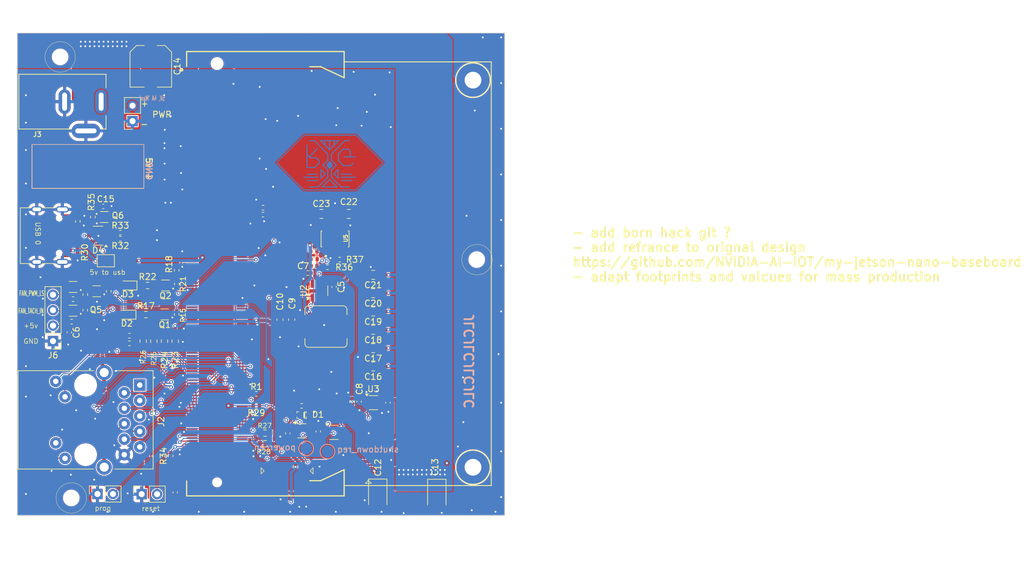
<source format=kicad_pcb>
(kicad_pcb (version 20240108) (generator "pcbnew") (generator_version "8.0")
  (layers (0 "F.Cu" signal) (1 "In1.Cu" power) (2 "In2.Cu" power) (31 "B.Cu" signal) (35 "F.Paste" user) (36 "B.SilkS" user "B.Silkscreen") (37 "F.SilkS" user "F.Silkscreen") (38 "B.Mask" user) (39 "F.Mask" user) (44 "Edge.Cuts" user))
  (net 0 "")
  (net 1 "GND")
  (net 2 "+5V")
  (net 3 "+1V8")
  (net 4 "HDMI_TXD2_N")
  (net 5 "HDMI_TXD1_N")
  (net 6 "HDMI_TXD0_N")
  (net 7 "HDMI_TXC_N")
  (net 8 "HDMI_TXD2_P")
  (net 9 "HDMI_TXD1_P")
  (net 10 "HDMI_TXD0_P")
  (net 11 "HDMI_TXC_P")
  (net 12 "HDMI_CEC")
  (net 13 "+3.3V")
  (net 14 "USB0_D_N")
  (net 16 "USB1_D_N")
  (net 17 "3V3_PGOOD")
  (net 18 "I2C0_SCL")
  (net 19 "I2C0_SDA")
  (net 20 "GPIO00")
  (net 21 "SPI0_MOSI")
  (net 22 "SPI0_SCK")
  (net 23 "SPI0_MISO")
  (net 24 "SPI0_CS0")
  (net 25 "HDMI_HPD")
  (net 26 "SPI0_CS1")
  (net 27 "HDMI_DDC_SDA_POL")
  (net 28 "HDMI_DDC_SCL_POL")
  (net 29 "SPI1_MOSI")
  (net 30 "SPI1_SCK")
  (net 31 "SPI1_MISO")
  (net 32 "USB0_D_P")
  (net 33 "SPI1_CS0")
  (net 34 "SPI1_CS1")
  (net 35 "USB1_D_P")
  (net 36 "GPIO01")
  (net 37 "GPIO02")
  (net 38 "GPIO04")
  (net 39 "MOD_SLEEP*")
  (net 40 "I2C1_SCL")
  (net 41 "I2C1_SDA")
  (net 42 "I2S0_SDOUT")
  (net 43 "I2S0_SDIN")
  (net 44 "I2S0_LRCK")
  (net 45 "I2S0_SCLK")
  (net 46 "UART1_TXD")
  (net 47 "UART1_RXD")
  (net 48 "GPIO07")
  (net 49 "UART1_RTS")
  (net 50 "GPIO08")
  (net 51 "UART1_CTS")
  (net 52 "GPIO09")
  (net 53 "GPIO11")
  (net 54 "GPIO12")
  (net 55 "GPIO13")
  (net 56 "GPIO14")
  (net 57 "I2C2_SCL")
  (net 58 "SHUTDOWN_REQ*")
  (net 59 "I2C2_SDA")
  (net 60 "UART2_TXD")
  (net 61 "POWER_EN")
  (net 62 "UART2_RXD")
  (net 63 "SYS_RESET*")
  (net 64 "SLEEP_WAKE*")
  (net 65 "Net-(J2-PadL3)")
  (net 66 "Net-(J2-PadL1)")
  (net 67 "GPIO03")
  (net 68 "/3V3BUCK_CAP_IN")
  (net 69 "/3V3BUCK_FB")
  (net 70 "/VBUS_USB0")
  (net 71 "/VIS_LED_OUT")
  (net 72 "Net-(D3-K)")
  (net 134 "GPIO05")
  (net 135 "GPIO06")
  (net 156 "USBSS_RX6_N")
  (net 158 "USBSS_RX6_P")
  (net 169 "ENET_TRD0_N")
  (net 170 "ENET_TRD0_P")
  (net 171 "ENET_LED1")
  (net 172 "ENET_TRD1_N")
  (net 173 "ENET_TRD1_P")
  (net 174 "ENET_LED0")
  (net 175 "ENET_TRD2_N")
  (net 176 "ENET_TRD2_P")
  (net 177 "ENET_TRD3_N")
  (net 178 "ENET_TRD3_P")
  (net 180 "GPIO10")
  (net 194 "/USB0_FILT_P")
  (net 195 "Net-(D1-K)")
  (net 196 "EGND")
  (net 197 "USBSS_TX6_P")
  (net 198 "USBSS_TX6_N")
  (net 199 "Net-(D1-A)")
  (net 200 "/USB0_FILT_N")
  (net 201 "/FORCE_RECOVERY*")
  (net 202 "/FAN_PWM_LS")
  (net 203 "/FAN_TACH_IN")
  (net 205 "Net-(J7-CC2)")
  (net 206 "Net-(J7-CC1)")
  (net 208 "/3V3BUCK_SW")
  (net 209 "/VIS_SW_G")
  (net 210 "/VIS_SW_D")
  (net 211 "Net-(Q2-G)")
  (net 212 "Net-(Q2-D)")
  (net 213 "/FAN_PWM_INV")
  (net 215 "Net-(U5-ADJ)")
  (footprint "Resistor_SMD:R_0402_1005Metric" (layer "F.Cu") (at 38.55 64.84 -90)
    (property "Reference" "R20" (hide yes))
    (property "Value" "12k")
  )
  (footprint "Custom Footprints:SODIMM-DDR4_8mm-NANO" (layer "F.Cu") (at 16.383 43.815 90)
    (property "Reference" "J5" (hide yes))
    (property "Value" "2309414-1" (hide yes))
  )
  (footprint "Capacitor_SMD:C_0402_1005Metric" (layer "F.Cu") (at 33 69.73 -90)
    (property "Reference" "C1" (hide yes))
    (property "Value" "1uF")
  )
  (footprint "Capacitor_SMD:C_0402_1005Metric" (layer "F.Cu") (at 28 70.05 -90)
    (property "Reference" "C2" (hide yes))
    (property "Value" "1uF")
  )
  (footprint "Capacitor_SMD:C_0402_1005Metric" (layer "F.Cu") (at 9.5 79.75 -90)
    (property "Reference" "C3" (hide yes))
    (property "Value" "1uF")
  )
  (footprint "jetson-nano-baseboard-footprints:SOD-523" (layer "F.Cu") (at 30.25 67.03 180)
    (property "Reference" "D1")
    (property "Value" "RB521S30T1G")
  )
  (footprint "Inductor_SMD:L_Bourns_SRP7028A_7.3x6.6mm" (layer "F.Cu") (at 34.25 52.5 180)
    (property "Reference" "L1" (hide yes))
    (property "Value" "2.2uH")
  )
  (footprint "Resistor_SMD:R_0402_1005Metric" (layer "F.Cu") (at 30.26 65.53 180)
    (property "Reference" "R8" (hide yes))
    (property "Value" "470K")
  )
  (footprint "Resistor_SMD:R_0402_1005Metric" (layer "F.Cu") (at -7.5 51.7 180)
    (property "Reference" "R12" (hide yes))
    (property "Value" "12k")
  )
  (footprint "Resistor_SMD:R_0402_1005Metric" (layer "F.Cu") (at 32.27 40.15)
    (property "Reference" "R14" (hide yes))
    (property "Value" "100R")
  )
  (footprint "Resistor_SMD:R_0402_1005Metric" (layer "F.Cu") (at 32.3 41.42 180)
    (property "Reference" "R16" (hide yes))
    (property "Value" "4.7k")
  )
  (footprint "Resistor_SMD:R_0402_1005Metric" (layer "F.Cu") (at 31.29 43.7 180)
    (property "Reference" "R19" (hide yes))
    (property "Value" "1k")
  )
  (footprint "Resistor_SMD:R_0603_1608Metric" (layer "F.Cu") (at 6 54.89 -90)
    (property "Reference" "R25")
    (property "Value" "2.2k")
  )
  (footprint "Resistor_SMD:R_0603_1608Metric" (layer "F.Cu") (at 4.25 54.89 -90)
    (property "Reference" "R26")
    (property "Value" "2.2k")
  )
  (footprint "Resistor_SMD:R_0603_1608Metric" (layer "F.Cu") (at 24.25 70 180)
    (property "Reference" "R27")
    (property "Value" "2.2k")
  )
  (footprint "Resistor_SMD:R_0603_1608Metric" (layer "F.Cu") (at 24.25 71.75 180)
    (property "Reference" "R28")
    (property "Value" "2.2k")
  )
  (footprint "Resistor_SMD:R_0402_1005Metric" (layer "F.Cu") (at 22.82 65.51 180)
    (property "Reference" "R29")
    (property "Value" "12k")
  )
  (footprint "Resistor_SMD:R_0402_1005Metric" (layer "F.Cu") (at -6.5 40.317 -90)
    (property "Reference" "R30")
    (property "Value" "5.1k")
  )
  (footprint "Resistor_SMD:R_0402_1005Metric" (layer "F.Cu") (at -6.48 35.227 90)
    (property "Reference" "R31" (hide yes))
    (property "Value" "5.1k")
  )
  (footprint "Package_TO_SOT_SMD:SOT-353_SC-70-5" (layer "F.Cu") (at 35.55 69.88)
    (property "Reference" "U1" (hide yes))
    (property "Value" "74LVC1G126")
  )
  (footprint "Package_TO_SOT_SMD:SOT-353_SC-70-5" (layer "F.Cu") (at 30.3 69.63)
    (property "Reference" "U4" (hide yes))
    (property "Value" "74LVC1G126")
  )
  (footprint "Resistor_SMD:R_0402_1005Metric" (layer "F.Cu") (at 0.5 38.067 180)
    (property "Reference" "R32")
    (property "Value" "0")
  )
  (footprint "Custom Footprints:NINIGI_DC-005" (layer "F.Cu") (at -5.15 15.55)
    (property "Reference" "J3")
    (property "Value" "Jack-DC")
  )
  (footprint "Package_TO_SOT_SMD:SOT-523" (layer "F.Cu") (at -3.395 46.7 180)
    (property "Reference" "Q3" (hide yes))
    (property "Value" "DMN26D0UT-7")
  )
  (footprint "Package_TO_SOT_SMD:SOT-523" (layer "F.Cu") (at -7.25 45.99 180)
    (property "Reference" "Q4" (hide yes))
    (property "Value" "DMN26D0UT-7")
  )
  (footprint "Connector_RJ:RJ45_UDE_RB1-125B8G1A" (layer "F.Cu") (at 3.69 62.11 -90)
    (property "Reference" "J2")
    (property "Value" "RJ45_RB1-125B8G1A")
  )
  (footprint "Resistor_SMD:R_0402_1005Metric" (layer "F.Cu") (at -5.25 49.805 90)
    (property "Reference" "R11" (hide yes))
    (property "Value" "12k")
  )
  (footprint "Resistor_SMD:R_0402_1005Metric" (layer "F.Cu") (at 23.91 34.1 180)
    (property "Reference" "R13" (hide yes))
    (property "Value" "12k")
  )
  (footprint "Resistor_SMD:R_0402_1005Metric" (layer "F.Cu") (at -7.25 47.99 180)
    (property "Reference" "R10" (hide yes))
    (property "Value" "100k")
  )
  (footprint "Connector_USB:USB_C_Receptacle_G-Switch_GT-USB-7010ASV" (layer "F.Cu") (at -12.14 37.562 -90)
    (property "Reference" "J7" (hide yes))
    (property "Value" "USB_C_Receptacle")
  )
  (footprint "Capacitor_SMD:C_0805_2012Metric_Pad1.18x1.45mm_HandSolder" (layer "F.Cu") (at 42 56.04 180)
    (property "Reference" "C17")
    (property "Value" "10uF")
  )
  (footprint "LED_SMD:LED_0603_1608Metric" (layer "F.Cu") (at 1.75 45.75 180)
    (property "Reference" "D3")
    (property "Value" "LED")
  )
  (footprint "Resistor_SMD:R_0603_1608Metric" (layer "F.Cu") (at 7.75 54.89 -90)
    (property "Reference" "R24")
    (property "Value" "2.2k")
  )
  (footprint "Resistor_SMD:R_0402_1005Metric" (layer "F.Cu") (at 9.775 45.5 90)
    (property "Reference" "R21")
    (property "Value" "12k")
  )
  (footprint "libraries:CONV_AL8861Y-13" (layer "F.Cu") (at 35.75 38.1 90)
    (property "Reference" "U5")
    (property "Value" "~")
  )
  (footprint "Package_TO_SOT_SMD:SOT-523" (layer "F.Cu") (at 7.8 50.5 180)
    (property "Reference" "Q1")
    (property "Value" "DMN26D0UT-7")
  )
  (footprint "Jumper:SolderJumper-2_P1.3mm_Open_TrianglePad1.0x1.5mm" (layer "F.Cu") (at -1.88 41.69)
    (property "Reference" "JP1" (hide yes))
    (property "Value" "SolderJumper_2_Open")
  )
  (footprint "Capacitor_SMD:C_0805_2012Metric_Pad1.18x1.45mm_HandSolder" (layer "F.Cu") (at 42 44 180)
    (property "Reference" "C21")
    (property "Value" "10uF")
  )
  (footprint "Capacitor_SMD:C_Elec_6.3x7.7" (layer "F.Cu") (at 5.5 9.75 -90)
    (property "Reference" "C14")
    (property "Value" "330uF")
  )
  (footprint "Capacitor_SMD:C_0402_1005Metric" (layer "F.Cu") (at -2.44 57.08 90)
    (property "Reference" "C4" (hide yes))
    (property "Value" "100pF")
  )
  (footprint "Capacitor_Tantalum_SMD:CP_EIA-3528-12_Kemet-T" (layer "F.Cu") (at 52.45 80.05 -90)
    (property "Reference" "C13")
    (property "Value" "100uF")
  )
  (footprint "Resistor_SMD:R_0402_1005Metric" (layer "F.Cu") (at 2 54 180)
    (property "Reference" "R5" (hide yes))
    (property "Value" "220R")
  )
  (footprint "Connector_PinSocket_2.54mm:PinSocket_1x02_P2.54mm_Vertical" (layer "F.Cu") (at 2.5 18.75 180)
    (property "Reference" "J4" (hide yes))
    (property "Value" "power in")
  )
  (footprint "Capacitor_SMD:C_0402_1005Metric" (layer "F.Cu") (at 35.58 45.98 -90)
    (property "Reference" "C5")
    (property "Value" "4.7uF")
  )
  (footprint "Resistor_SMD:R_0402_1005Metric" (layer "F.Cu") (at -4 34.5 -90)
    (property "Reference" "R35")
    (property "Value" "1M")
  )
  (footprint "Capacitor_SMD:C_0805_2012Metric_Pad1.18x1.45mm_HandSolder" (layer "F.Cu") (at 42 47.01 180)
    (property "Reference" "C20")
    (property "Value" "10uF")
  )
  (footprint "Capacitor_SMD:C_0402_1005Metric" (layer "F.Cu") (at 44.425 65 -90)
    (property "Reference" "C11" (hide yes))
    (property "Value" "1uF")
  )
  (footprint "Resistor_SMD:R_0402_1005Metric" (layer "F.Cu") (at 9.75 50.5 -90)
    (property "Reference" "R15")
    (property "Value" "0")
  )
  (footprint "Resistor_SMD:R_0402_1005Metric" (layer "F.Cu") (at 9.75 43.25 -90)
    (property "Reference" "R18")
    (property "Value" "0")
  )
  (footprint "Resistor_SMD:R_0402_1005Metric" (layer "F.Cu") (at -5.25 47.24 90)
    (property "Reference" "R7" (hide yes))
    (property "Value" "5.1k")
  )
  (footprint "Resistor_SMD:R_0402_1005Metric" (layer "F.Cu") (at -1.395 46.7 90)
    (property "Reference" "R6" (hide yes))
    (property "Value" "100k")
  )
  (footprint "Package_TO_SOT_SMD:SOT-523" (layer "F.Cu") (at -2.145 34.5)
    (property "Reference" "Q6")
    (property "Value" "DMN26D0UT-7")
  )
  (footprint "Connector_PinSocket_2.54mm:PinSocket_1x02_P2.54mm_Vertical" (layer "F.Cu") (at -3.25 80 90)
    (property "Reference" "J8" (hide yes))
    (property "Value" "PROG")
  )
  (footprint "Resistor_SMD:R_0402_1005Metric" (layer "F.Cu") (at 34.5 42.75)
    (property "Reference" "R36")
    (property "Value" "??")
  )
  (footprint "Capacitor_SMD:C_0805_2012Metric_Pad1.18x1.45mm_HandSolder" (layer "F.Cu") (at 42 59.05 180)
    (property "Reference" "C16")
    (property "Value" "10uF")
  )
  (footprint "Capacitor_SMD:C_0805_2012Metric_Pad1.18x1.45mm_HandSolder" (layer "F.Cu") (at 33.5 34)
    (property "Reference" "C23")
    (property "Value" "10uF")
  )
  (footprint "Capacitor_SMD:C_0805_2012Metric_Pad1.18x1.45mm_HandSolder" (layer "F.Cu") (at 42 53.03 180)
    (property "Reference" "C18")
    (property "Value" "10uF")
  )
  (footprint "Resistor_SMD:R_0402_1005Metric" (layer "F.Cu") (at 23.925 32.975 180)
    (property "Reference" "R9" (hide yes))
    (property "Value" "120k")
  )
  (footprint "Resistor_SMD:R_0603_1608Metric" (layer "F.Cu") (at 9.5 54.89 -90)
    (property "Reference" "R23")
    (property "Value" "2.2k")
  )
  (footprint "Capacitor_SMD:C_0402_1005Metric" (layer "F.Cu") (at 39.69 64.84 -90)
    (property "Reference" "C8")
    (property "Value" "1uF")
  )
  (footprint "Resistor_SMD:R_0402_1005Metric" (layer "F.Cu") (at 0.5 37.067)
    (property "Reference" "R33")
    (property "Value" "0")
  )
  (footprint "Capacitor_SMD:C_0402_1005Metric" (layer "F.Cu") (at -7.875 53.45 -90)
    (property "Reference" "C6")
    (property "Value" "0.1uF")
  )
  (footprint "Capacitor_SMD:C_0805_2012Metric_Pad1.18x1.45mm_HandSolder" (layer "F.Cu") (at 42 50.02 180)
    (property "Reference" "C19")
    (property "Value" "10uF")
  )
  (footprint "Package_TO_SOT_SMD:SOT-523" (layer "F.Cu") (at 7.9125 45.75 180)
    (property "Reference" "Q2")
    (property "Value" "DMN26D0UT-7")
  )
  (footprint "Capacitor_SMD:C_0805_2012Metric_Pad1.18x1.45mm_HandSolder" (layer "F.Cu") (at 38 34 180)
    (property "Reference" "C22")
    (property "Value" "10uF")
  )
  (footprint "Package_TO_SOT_SMD:SOT-23-6" (layer "F.Cu") (at 32.99 46.61 90)
    (property "Reference" "U2")
    (property "Value" "TLV62569DDC")
  )
  (footprint "Capacitor_SMD:C_0603_1608Metric" (layer "F.Cu") (at 26.7 51.36 90)
    (property "Reference" "C10")
    (property "Value" "10uF")
  )
  (footprint "Capacitor_SMD:C_0402_1005Metric" (layer "F.Cu") (at 32.29 42.53 180)
    (property "Reference" "C7")
    (property "Value" "6.8pF")
  )
  (footprint "LED_SMD:LED_0603_1608Metric" (layer "F.Cu") (at 1.575 50.55 180)
    (property "Reference" "D2")
    (property "Value" "LED")
  )
  (footprint "Resistor_SMD:R_0402_1005Metric" (layer "F.Cu") (at 2 55.25)
    (property "Reference" "R4" (hide yes))
    (property "Value" "220R")
  )
  (footprint "Package_TO_SOT_SMD:SOT-523" (layer "F.Cu") (at -7.25 49.89 180)
    (property "Reference" "Q5")
    (property "Value" "DMN26D0UT-7")
  )
  (footprint "Connector_PinHeader_2.54mm:PinHeader_1x04_P2.54mm_Vertical" (layer "F.Cu") (at -10.55 54.885 180)
    (property "Reference" "J6")
    (property "Value" "Conn_01x04_Male")
  )
  (footprint "Capacitor_SMD:C_0402_1005Metric" (layer "F.Cu") (at -2.3 32.75)
    (property "Reference" "C15")
    (property "Value" "0.1uF")
  )
  (footprint "Package_TO_SOT_SMD:SOT-353_SC-70-5" (layer "F.Cu") (at 42.05 65)
    (property "Reference" "U3")
    (property "Value" "TLV70018DCKT")
  )
  (footprint "Resistor_SMD:R_0603_1608Metric" (layer "F.Cu") (at 4.975 45.75)
    (property "Reference" "R22")
    (property "Value" "150r")
  )
  (footprint "Resistor_SMD:R_0603_1608Metric" (layer "F.Cu") (at 4.7 50.525)
    (property "Reference" "R17")
    (property "Value" "150r")
  )
  (footprint "Capacitor_SMD:C_0603_1608Metric" (layer "F.Cu") (at 28.63 51.36 90)
    (property "Reference" "C9")
    (property "Value" "10uF")
  )
  (footprint "Resistor_SMD:R_0402_1005Metric" (layer "F.Cu") (at 36.5 41.5 180)
    (property "Reference" "R37")
    (property "Value" "??")
  )
  (footprint "Package_TO_SOT_SMD:SOT-23-6" (layer "F.Cu") (at -3.1525 37.562 180)
    (property "Reference" "D4")
    (property "Value" "USBLC6-2SC6")
  )
  (footprint "Capacitor_Tantalum_SMD:CP_EIA-3528-12_Kemet-T" (layer "F.Cu") (at 42.75 80.0125 -90)
    (property "Reference" "C12")
    (property "Value" "100uF")
  )
  (footprint "Resistor_SMD:R_0402_1005Metric" (layer "F.Cu") (at 22.825 63.55)
    (property "Reference" "R1")
    (property "Value" "100k")
  )
  (footprint "Resistor_SMD:R_0402_1005Metric" (layer "F.Cu") (at 8.75 73.75 90)
    (property "Reference" "R34")
    (property "Value" "12k")
  )
  (footprint "Connector_PinSocket_2.54mm:PinSocket_1x02_P2.54mm_Vertical" (layer "F.Cu") (at 4 80.025 90)
    (property "Reference" "J9" (hide yes))
    (property "Value" "reset")
  )
  (footprint "TestPoint:TestPoint_Pad_D2.0mm" (layer "B.Cu") (at 34.5 73.03)
    (property "Reference" "TP1" (hide yes))
    (property "Value" "TestPoint")
  )
  (footprint "RG:rg-logo" (layer "B.Cu") (at 34.15 32.5625)
    (property "Reference" "REF**" (hide yes))
    (property "Value" "rg-logo" (hide yes))
  )
  (footprint "TestPoint:TestPoint_Pad_D2.0mm" (layer "B.Cu") (at 31 72.53 180)
    (property "Reference" "TP2" (hide yes))
    (property "Value" "TestPoint")
  )
  (gr_rect (start -14 22.6) (end 4.35 29.8) (stroke (width 0.1016)) (fill none) (layer "B.SilkS"))
  (gr_line (start 32.15 76.7) (end 32.15 75.7) (stroke (width 0.1016)) (layer "F.SilkS"))
  (gr_line (start 41.2 77.75) (end 40.7 78.25) (stroke (width 0.1016)) (layer "F.SilkS"))
  (gr_line (start 23.6 75.7) (end 23.6 76.7) (stroke (width 0.1016)) (layer "F.SilkS"))
  (gr_line (start 40.7 78.25) (end 41.7 78.25) (stroke (width 0.1016)) (layer "F.SilkS"))
  (gr_rect (start -14 22.6) (end 4.35 29.8) (stroke (width 0.1016)) (fill none) (layer "F.SilkS"))
  (gr_circle (center -9.375 8.2) (end -6.875 8.2) (stroke (width 0.05)) (fill none) (layer "F.SilkS"))
  (gr_line (start 24.1 76.2) (end 23.6 75.7) (stroke (width 0.1016)) (layer "F.SilkS"))
  (gr_circle (center -7.55 80.65) (end -5.05 80.65) (stroke (width 0.05)) (fill none) (layer "F.SilkS"))
  (gr_circle (center 59.05 41.5) (end 61.55 41.5) (stroke (width 0.05)) (fill none) (layer "F.SilkS"))
  (gr_line (start 31.65 76.2) (end 32.15 76.7) (stroke (width 0.1016)) (layer "F.SilkS"))
  (gr_line (start 32.15 75.7) (end 31.65 76.2) (stroke (width 0.1016)) (layer "F.SilkS"))
  (gr_line (start 41.7 78.25) (end 41.2 77.75) (stroke (width 0.1016)) (layer "F.SilkS"))
  (gr_line (start 23.6 76.7) (end 24.1 76.2) (stroke (width 0.1016)) (layer "F.SilkS"))
  (gr_circle (center -9.375 8.2) (end -8.025 8.2) (stroke (width 0.05)) (fill none) (layer "Edge.Cuts"))
  (gr_rect (start -16.4 4.275) (end 63.575 83.525) (stroke (width 0.1)) (fill none) (layer "Edge.Cuts"))
  (gr_circle (center -7.55 80.65) (end -6.2 80.65) (stroke (width 0.05)) (fill none) (layer "Edge.Cuts"))
  (gr_circle (center 59 41.5) (end 60.35 41.5) (stroke (width 0.05)) (fill none) (layer "Edge.Cuts"))
  (gr_text "power_en" (at 29.4 72.9 0) (layer "B.SilkS") (effects (font (size 1 1)) (justify left bottom mirror)))
  (gr_text "shutdown_req" (at 46.3 73.25 0) (layer "B.SilkS") (effects (font (size 1 1)) (justify left bottom mirror)))
  (gr_text "JLCJLCJLCJLC" (at 58.65 50.3 90) (layer "B.SilkS") (effects (font (size 1.5 1.5) (thickness 0.3) (bold yes)) (justify left bottom mirror)))
  (gr_text "5V, 4A 'Max'" (at 5.75 15 0) (layer "B.SilkS") (effects (font (size 0.8 0.438) (thickness 0.1016)) (justify mirror)))
  (gr_text "GND" (at 4.6 28.55 270) (layer "B.SilkS") (effects (font (size 1 1) (thickness 0.2) (bold yes)) (justify left bottom mirror)))
  (gr_text "USB 0" (at -13.5 35.25 270) (layer "F.SilkS") (effects (font (size 0.8 0.8) (thickness 0.1016) (bold yes)) (justify left bottom)))
  (gr_text "- add born hack git ? \n- add refrance to orignal design\nhttps://github.com/NVIDIA-AI-IOT/my-jetson-nano-baseboard\n- adapt footprints and valcues for mass production\n" (at 74.51 45.18 0) (layer "F.SilkS") (effects (font (size 1.5 1.5) (thickness 0.3) (bold yes)) (justify left bottom)))
  (gr_text "PWR" (at 5.65 18.25 0) (layer "F.SilkS") (effects (font (size 1 1)) (justify left bottom)))
  (gr_text "5v +" (at 4.6 24.6 -90) (layer "F.SilkS") (effects (font (size 1 1) (thickness 0.2) (bold yes)) (justify left bottom)))
  (gr_text "prog" (at -3.75 82.8 0) (layer "F.SilkS") (effects (font (size 0.8 0.8) (thickness 0.1016) (bold yes)) (justify left bottom)))
  (gr_text "+" (at 5 16.65 90) (layer "F.SilkS") (effects (font (size 1 1)) (justify left bottom)))
  (gr_text "+5v" (at -15.444 52.836 0) (layer "F.SilkS") (effects (font (size 0.8 0.8) (thickness 0.1016) (bold yes)) (justify left bottom)))
  (gr_text "FAN_TACH_IN" (at -16.3 50.4 0) (layer "F.SilkS") (effects (font (size 0.8 0.438) (thickness 0.1)) (justify left bottom)))
  (gr_text "FAN_PWM_LS" (at -16.15 47.5 0) (layer "F.SilkS") (effects (font (size 0.8 0.438) (thickness 0.1016) (bold yes)) (justify left bottom)))
  (gr_text "reset" (at 3.95 82.85 0) (layer "F.SilkS") (effects (font (size 0.8 0.8) (thickness 0.1016) (bold yes)) (justify left bottom)))
  (gr_text "GND" (at -15.444 55.376 0) (layer "F.SilkS") (effects (font (size 0.8 0.8) (thickness 0.1016) (bold yes)) (justify left bottom)))
  (gr_text "-" (at 5.15 18.8 180) (layer "F.SilkS") (effects (font (size 1 1)) (justify left bottom)))
  (gr_text "5v to usb" (at -4.6 44.05 0) (layer "F.SilkS") (effects (font (size 0.8 0.8) (thickness 0.1016) (bold yes)) (justify left bottom)))
  (segment (start 20.483 13.565) (end 21.5104 13.565) (width 0.1524) (layer "F.Cu") (net 1))
  (segment (start 21.5104 19.565) (end 21.586601 19.488799) (width 0.1524) (layer "F.Cu") (net 1))
  (segment (start 21.419482 13.565) (end 20.483 13.565) (width 0.1524) (layer "F.Cu") (net 1))
  (segment (start 20.483 51.565) (end 19.4556 51.565) (width 0.1524) (layer "F.Cu") (net 1))
  (segment (start 21.586601 16.732119) (end 21.419482 16.565) (width 0.1524) (layer "F.Cu") (net 1))
  (segment (start 41.275 70.175) (end 41.275 70.025) (width 0.1524) (layer "F.Cu") (net 1))
  (segment (start 11.2556 51.815) (end 10.75 51.3094) (width 0.1524) (layer "F.Cu") (net 1))
  (segment (start 21.5104 25.565) (end 21.586601 25.488799) (width 0.1524) (layer "F.Cu") (net 1))
  (segment (start 21.5104 22.565) (end 20.483 22.565) (width 0.1524) (layer "F.Cu") (net 1))
  (segment (start 21.586601 22.488799) (end 21.586601 21.141201) (width 0.1524) (layer "F.Cu") (net 1))
  (segment (start 39.69 66.19) (end 39.75 66.25) (width 0.1524) (layer "F.Cu") (net 1))
  (segment (start 21.586601 24.086601) (end 21.565 24.065) (width 0.1524) (layer "F.Cu") (net 1))
  (segment (start 12.283 73.315) (end 11.065 73.315) (width 0.1524) (layer "F.Cu") (net 1))
  (segment (start 21.389001 25.443601) (end 20.604399 25.443601) (width 0.1524) (layer "F.Cu") (net 1))
  (segment (start 20.483 46.065) (end 21.5104 46.065) (width 0.1524) (layer "F.Cu") (net 1))
  (segment (start 10.935 72.315) (end 12.283 72.315) (width 0.1524) (layer "F.Cu") (net 1))
  (segment (start 19.546518 54.565) (end 20.483 54.565) (width 0.1524) (layer "F.Cu") (net 1))
  (segment (start 21.586601 16.488799) (end 21.586601 15.141201) (width 0.1524) (layer "F.Cu") (net 1))
  (segment (start 42.6 14.7) (end 42.3 14.4) (width 0.1524) (layer "F.Cu") (net 1))
  (segment (start 20.483 16.565) (end 21.5104 16.565) (width 0.1524) (layer "F.Cu") (net 1))
  (segment (start 11.346518 36.815) (end 11.179399 36.982119) (width 0.1524) (layer "F.Cu") (net 1))
  (segment (start 19.379399 51.488799) (end 19.379399 50.141201) (width 0.1524) (layer "F.Cu") (net 1))
  (segment (start 21.419482 18.065) (end 21.586601 17.897881) (width 0.1524) (layer "F.Cu") (net 1))
  (segment (start 11.1794 53.3912) (end 11.1794 54.5706) (width 0.1524) (layer "F.Cu") (net 1))
  (segment (start 19.379399 54.732119) (end 19.546518 54.565) (width 0.1524) (layer "F.Cu") (net 1))
  (segment (start 12.283 50.315) (end 11.435 50.315) (width 0.1524) (layer "F.Cu") (net 1))
  (segment (start 10.965 69.815) (end 10.95 69.8) (width 0.1524) (layer "F.Cu") (net 1))
  (segment (start 21.586601 28.732119) (end 21.419482 28.565) (width 0.1524) (layer "F.Cu") (net 1))
  (segment (start 11.065 73.815) (end 10.75 73.5) (width 0.1524) (layer "F.Cu") (net 1))
  (segment (start 21.586601 14.988799) (end 21.586601 13.732119) (width 0.1524) (layer "F.Cu") (net 1))
  (segment (start 20.483 62.065) (end 21.76665 62.065) (width 0.1524) (layer "F.Cu") (net 1))
  (segment (start 21.586601 17.897881) (end 21.586601 16.732119) (width 0.1524) (layer "F.Cu") (net 1))
  (segment (start 12.283 36.815) (end 11.346518 36.815) (width 0.1524) (layer "F.Cu") (net 1))
  (segment (start 20.483 53.065) (end 19.4556 53.065) (width 0.1524) (layer "F.Cu") (net 1))
  (segment (start 12.283 62.315) (end 11.2556 62.315) (width 0.1524) (layer "F.Cu") (net 1))
  (segment (start 12.283 51.815) (end 11.2556 51.815) (width 0.1524) (layer "F.Cu") (net 1))
  (segment (start 21.5104 15.065) (end 21.586601 14.988799) (width 0.1524) (layer "F.Cu") (net 1))
  (segment (start 20.483 25.565) (end 21.5104 25.565) (width 0.1524) (layer "F.Cu") (net 1))
  (segment (start 10.935 72.815) (end 10.75 73) (width 0.1524) (layer "F.Cu") (net 1))
  (segment (start 21.586601 25.488799) (end 21.586601 24.086601) (width 0.1524) (layer "F.Cu") (net 1))
  (segment (start 10.75 74) (end 10.25 73.5) (width 0.1524) (layer "F.Cu") (net 1))
  (segment (start 19.546518 48.565) (end 19.379399 48.732119) (width 0.1524) (layer "F.Cu") (net 1))
  (segment (start 11.346518 39.815) (end 11.179399 39.647881) (width 0.1524) (layer "F.Cu") (net 1))
  (segment (start 10.79 61.8494) (end 10.79 60.55) (width 0.1524) (layer "F.Cu") (net 1))
  (segment (start 20.483 54.565) (end 19.5 54.565) (width 0.1524) (layer "F.Cu") (net 1))
  (segment (start 21.5104 15.065) (end 20.483 15.065) (width 0.1524) (layer "F.Cu") (net 1))
  (segment (start 19.379399 55.988799) (end 19.379399 54.732119) (width 0.1524) (layer "F.Cu") (net 1))
  (segment (start 19.5 54.565) (end 19.4556 54.565) (width 0.1524) (layer "F.Cu") (net 1))
  (segment (start 12.283 73.815) (end 11.065 73.815) (width 0.1524) (layer "F.Cu") (net 1))
  (segment (start 39.69 65.32) (end 39.69 66.19) (width 0.1524) (layer "F.Cu") (net 1))
  (segment (start 19.4556 50.065) (end 20.483 50.065) (width 0.1524) (layer "F.Cu") (net 1))
  (segment (start 21.419482 43.065) (end 21.586601 43.232119) (width 0.1524) (layer "F.Cu") (net 1))
  (segment (start 20.483 48.565) (end 19.546518 48.565) (width 0.1524) (layer "F.Cu") (net 1))
  (segment (start 21.565 24.065) (end 20.483 24.065) (width 0.1524) (layer "F.Cu") (net 1))
  (segment (start 11.2556 48.815) (end 10.75 49.3206) (width 0.1524) (layer "F.Cu") (net 1))
  (segment (start 21.586601 13.732119) (end 21.419482 13.565) (width 0.1524) (layer "F.Cu") (net 1))
  (segment (start 12.283 48.815) (end 11.2556 48.815) (width 0.1524) (layer "F.Cu") (net 1))
  (segment (start 10.935 72.315) (end 10.5 72.75) (width 0.1524) (layer "F.Cu") (net 1))
  (segment (start 21.5104 13.565) (end 21.586601 13.488799) (width 0.1524) (layer "F.Cu") (net 1))
  (segment (start 21.586601 30.232119) (end 21.419482 30.065) (width 0.1524) (layer "F.Cu") (net 1))
  (segment (start 21.419482 44.565) (end 20.483 44.565) (width 0.1524) (layer "F.Cu") (net 1))
  (segment (start 41.15 70.3) (end 41.275 70.175) (width 0.1524) (layer "F.Cu") (net 1))
  (segment (start 20.493 35.575) (end 20.483 35.565) (width 0.1524) (layer "F.Cu") (net 1))
  (segment (start 10.75 72.5) (end 10.935 72.315) (width 0.1524) (layer "F.Cu") (net 1))
  (segment (start 21.586601 23.897881) (end 21.586601 22.641201) (width 0.1524) (layer "F.Cu") (net 1))
  (segment (start 5.5 12.3) (end 7.7 14.5) (width 0.55) (layer "F.Cu") (net 1))
  (segment (start 19.4556 53.065) (end 19.379399 52.988799) (width 0.1524) (layer "F.Cu") (net 1))
  (segment (start 12.283 53.315) (end 11.2556 53.315) (width 0.1524) (layer "F.Cu") (net 1))
  (segment (start 21.586601 28.397881) (end 21.586601 27.232119) (width 0.1524) (layer "F.Cu") (net 1))
  (segment (start 43.255 14.7) (end 42.6 14.7) (width 0.1524) (layer "F.Cu") (net 1))
  (segment (start 21.586601 44.732119) (end 21.419482 44.565) (width 0.1524) (layer "F.Cu") (net 1))
  (segment (start 23.9 17.975) (end 24.35 18.425) (width 0.1524) (layer "F.Cu") (net 1))
  (segment (start 21.419482 12.065) (end 20.483 12.065) (width 0.1524) (layer "F.Cu") (net 1))
  (segment (start 5.5 12.2875) (end 5.5 12.3) (width 0.55) (layer "F.Cu") (net 1))
  (segment (start 20.483 24.065) (end 21.419482 24.065) (width 0.1524) (layer "F.Cu") (net 1))
  (segment (start 12.283 54.815) (end 10.935 54.815) (width 0.1524) (layer "F.Cu") (net 1))
  (segment (start 21.419482 21.065) (end 21.586601 20.897881) (width 0.1524) (layer "F.Cu") (net 1))
  (segment (start 19.379399 51.641201) (end 19.4556 51.565) (width 0.1524) (layer "F.Cu") (net 1))
  (segment (start 21.586601 13.488799) (end 21.586601 12.232119) (width 0.1524) (layer "F.Cu") (net 1))
  (segment (start 10.75 74) (end 10.75 73.5) (width 0.1524) (layer "F.Cu") (net 1))
  (segment (start 21.5104 16.565) (end 21.586601 16.488799) (width 0.1524) (layer "F.Cu") (net 1))
  (segment (start 10.935 54.815) (end 10.75 55) (width 0.1524) (layer "F.Cu") (net 1))
  (segment (start 21.586601 19.641201) (end 21.5104 19.565) (width 0.1524) (layer "F.Cu") (net 1))
  (segment (start 21.586601 12.232119) (end 21.419482 12.065) (width 0.1524) (layer "F.Cu") (net 1))
  (segment (start 12.283 72.815) (end 10.935 72.815) (width 0.1524) (layer "F.Cu") (net 1))
  (segment (start 19.4556 51.565) (end 19.379399 51.488799) (width 0.1524) (layer "F.Cu") (net 1))
  (segment (start 10.75 51.3094) (end 10.75 51) (width 0.1524) (layer "F.Cu") (net 1))
  (segment (start 21.586601 44.397881) (end 21.419482 44.565) (width 0.1524) (layer "F.Cu") (net 1))
  (segment (start 19.379399 50.141201) (end 19.4556 50.065) (width 0.1524) (layer "F.Cu") (net 1))
  (segment (start 21.419482 27.065) (end 21.586601 26.897881) (width 0.1524) (layer "F.Cu") (net 1))
  (segment (start 21.586601 43.232119) (end 21.586601 44.397881) (width 0.1524) (layer "F.Cu") (net 1))
  (segment (start 12.283 56.315) (end 11.2556 56.315) (width 0.1524) (layer "F.Cu") (net 1))
  (segment (start 20.483 48.565) (end 20.483 47.867) (width 0.1524) (layer "F.Cu") (net 1))
  (segment (start 20.483 56.065) (end 19.4556 56.065) (width 0.1524) (layer "F.Cu") (net 1))
  (segment (start 21.419482 18.065) (end 20.483 18.065) (width 0.1524) (layer "F.Cu") (net 1))
  (segment (start 11.179399 39.647881) (end 11.179399 38.391201) (width 0.1524) (layer "F.Cu") (net 1))
  (segment (start 11.2556 62.315) (end 10.79 61.8494) (width 0.1524) (layer "F.Cu") (net 1))
  (segment (start 10.75 55.8094) (end 10.75 55) (width 0.1524) (layer "F.Cu") (net 1))
  (segment (start 10.75 49.3206) (end 10.75 51) (width 0.1524) (layer "F.Cu") (net 1))
  (segment (start 20.483 31.565) (end 21.419482 31.565) (width 0.1524) (layer "F.Cu") (net 1))
  (segment (start 11.065 74.315) (end 10.75 74) (width 0.1524) (layer "F.Cu") (net 1))
  (segment (start 19.4556 56.065) (end 19.379399 55.988799) (width 0.1524) (layer "F.Cu") (net 1))
  (segment (start 21.586601 15.141201) (end 21.5104 15.065) (width 0.1524) (layer "F.Cu") (net 1))
  (segment (start 21.586601 27.232119) (end 21.419482 27.065) (width 0.1524) (layer "F.Cu") (net 1))
  (segment (start 19.379399 52.988799) (end 19.379399 51.641201) (width 0.1524) (layer "F.Cu") (net 1))
  (segment (start 19.545 54.61) (end 19.5 54.565) (width 0.1524) (layer "F.Cu") (net 1))
  (segment (start 10.75 73.5) (end 10.75 73) (width 0.1524) (layer "F.Cu") (net 1))
  (segment (start 19.379399 48.732119) (end 19.379399 49.988799) (width 0.1524) (layer "F.Cu") (net 1))
  (segment (start 21.419482 24.065) (end 21.586601 23.897881) (width 0.1524) (layer "F.Cu") (net 1))
  (segment (start 21.586601 22.641201) (end 21.5104 22.565) (width 0.1524) (layer "F.Cu") (net 1))
  (segment (start 12.283 39.815) (end 11.346518 39.815) (width 0.1524) (layer "F.Cu") (net 1))
  (segment (start 21.586601 18.232119) (end 21.419482 18.065) (width 0.1524) (layer "F.Cu") (net 1))
  (segment (start 11.2556 53.315) (end 11.1794 53.3912) (width 0.1524) (layer "F.Cu") (net 1))
  (segment (start 11.2556 38.315) (end 12.283 38.315) (width 0.1524) (layer "F.Cu") (net 1))
  (segment (start 20.483 43.065) (end 21.419482 43.065) (width 0.1524) (layer "F.Cu") (net 1))
  (segment (start 21.586601 25.641201) (end 21.389001 25.443601) (width 0.1524) (layer "F.Cu") (net 1))
  (segment (start 10.5 72.75) (end 10.25 72.75) (width 0.1524) (layer "F.Cu") (net 1))
  (segment (start 21.419482 31.565) (end 21.586601 31.397881) (width 0.1524) (layer "F.Cu") (net 1))
  (segment (start 21.419482 30.065) (end 20.483 30.065) (width 0.1524) (layer "F.Cu") (net 1))
  (segment (start 11.3008 66.315) (end 12.283 66.315) (width 0.1524) (layer "F.Cu") (net 1))
  (segment (start 10.414 65.024) (end 10.414 65.4282) (width 0.1524) (layer "F.Cu") (net 1))
  (segment (start 20.483 47.867) (end 20.55 47.8) (width 0.1524) (layer "F.Cu") (net 1))
  (segment (start 21.586601 29.897881) (end 21.586601 28.732119) (width 0.1524) (layer "F.Cu") (net 1))
  (segment (start 21.419482 16.565) (end 20.483 16.565) (width 0.1524) (layer "F.Cu") (net 1))
  (segment (start 21.419482 30.065) (end 21.586601 29.897881) (width 0.1524) (layer "F.Cu") (net 1))
  (segment (start 10.75 73) (end 10.75 72.5) (width 0.1524) (layer "F.Cu") (net 1))
  (segment (start 11.179399 38.391201) (end 11.2556 38.315) (width 0.1524) (layer "F.Cu") (net 1))
  (segment (start 12.283 69.815) (end 10.965 69.815) (width 0.1524) (layer "F.Cu") (net 1))
  (segment (start 11.405 53.315) (end 12.283 53.315) (width 0.1524) (layer "F.Cu") (net 1))
  (segment (start 21.5104 19.565) (end 20.483 19.565) (width 0.1524) (layer "F.Cu") (net 1))
  (segment (start 19.4556 12.065) (end 19.075 12.4456) (width 0.1524) (layer "F.Cu") (net 1))
  (segment (start 12.283 74.315) (end 11.065 74.315) (width 0.1524) (layer "F.Cu") (net 1))
  (segment (start 21.5104 22.565) (end 21.586601 22.488799) (width 0.1524) (layer "F.Cu") (net 1))
  (segment (start 21.586601 45.988799) (end 21.586601 44.732119) (width 0.1524) (layer "F.Cu") (net 1))
  (segment (start 21.5104 46.065) (end 21.586601 45.988799) (width 0.1524) (layer "F.Cu") (net 1))
  (segment (start 21.844 35.575) (end 20.493 35.575) (width 0.1524) (layer "F.Cu") (net 1))
  (segment (start 20.483 12.065) (end 19.4556 12.065) (width 0.1524) (layer "F.Cu") (net 1))
  (segment (start 11.065 73.315) (end 10.75 73) (width 0.1524) (layer "F.Cu") (net 1))
  (segment (start 11.1794 54.5706) (end 10.75 55) (width 0.1524) (layer "F.Cu") (net 1))
  (segment (start 21.5104 21.065) (end 20.483 21.065) (width 0.1524) (layer "F.Cu") (net 1))
  (segment (start 21.586601 26.897881) (end 21.586601 25.641201) (width 0.1524) (layer "F.Cu") (net 1))
  (segment (start 10.922 52.832) (end 11.405 53.315) (width 0.1524) (layer "F.Cu") (net 1))
  (segment (start 39.69 65.32) (end 40.01 65) (width 0.1524) (layer "F.Cu") (net 1))
  (segment (start 21.76665 62.065) (end 21.83165 62) (width 0.1524) (layer "F.Cu") (net 1))
  (segment (start 19.379399 49.988799) (end 19.4556 50.065) (width 0.1524) (layer "F.Cu") (net 1))
  (segment (start 11.2556 56.315) (end 10.75 55.8094) (width 0.1524) (layer "F.Cu") (net 1))
  (segment (start 40.01 65) (end 41.1 65) (width 0.1524) (layer "F.Cu") (net 1))
  (segment (start 21.586601 31.397881) (end 21.586601 30.232119) (width 0.1524) (layer "F.Cu") (net 1))
  (segment (start 22.098 54.61) (end 19.545 54.61) (width 0.1524) (layer "F.Cu") (net 1))
  (segment (start 19.075 12.4456) (end 19.075 12.625) (width 0.1524) (layer "F.Cu") (net 1))
  (segment (start 21.586601 19.488799) (end 21.586601 18.232119) (width 0.1524) (layer "F.Cu") (net 1))
  (segment (start 20.604399 25.443601) (end 20.483 25.565) (width 0.1524) (layer "F.Cu") (net 1))
  (segment (start 11.435 50.315) (end 10.75 51) (width 0.1524) (layer "F.Cu") (net 1))
  (segment (start 21.586601 21.141201) (end 21.5104 21.065) (width 0.1524) (layer "F.Cu") (net 1))
  (segment (start 22.75 12.485) (end 22.75 12.5) (width 0.1524) (layer "F.Cu") (net 1))
  (segment (start 21.419482 28.565) (end 20.483 28.565) (width 0.1524) (layer "F.Cu") (net 1))
  (segment (start 20.483 21.065) (end 21.419482 21.065) (width 0.1524) (layer "F.Cu") (net 1))
  (segment (start 21.586601 20.897881) (end 21.586601 19.641201) (width 0.1524) (layer "F.Cu") (net 1))
  (segment (start 21.419482 28.565) (end 21.586601 28.397881) (width 0.1524) (layer "F.Cu") (net 1))
  (segment (start 21.419482 27.065) (end 20.483 27.065) (width 0.1524) (layer "F.Cu") (net 1))
  (segment (start 10.414 65.4282) (end 11.3008 66.315) (width 0.1524) (layer "F.Cu") (net 1))
  (via (at 7.75 22.375) (size 0.6) (drill 0.3) (layers "F.Cu" "B.Cu") (net 1))
  (via (at 44.7 10.75) (size 0.6) (drill 0.3) (layers "F.Cu" "B.Cu") (net 1))
  (via (at 60 5) (size 0.6) (drill 0.3) (layers "F.Cu" "B.Cu") (net 1))
  (via (at 38.8 10.65) (size 0.6) (drill 0.3) (layers "F.Cu" "B.Cu") (net 1))
  (via (at 63 42.5) (size 0.6) (drill 0.3) (layers "F.Cu" "B.Cu") (net 1))
  (via (at 63 50) (size 0.6) (drill 0.3) (layers "F.Cu" "B.Cu") (net 1))
  (via (at 63 35) (size 0.6) (drill 0.3) (layers "F.Cu" "B.Cu") (net 1))
  (via (at 63 65) (size 0.6) (drill 0.3) (layers "F.Cu" "B.Cu") (net 1))
  (via (at 63 5) (size 0.6) (drill 0.3) (layers "F.Cu" "B.Cu") (net 1))
  (via (at 63 12.5) (size 0.6) (drill 0.3) (layers "F.Cu" "B.Cu") (net 1))
  (via (at 62.57 57.02) (size 0.6) (drill 0.3) (layers "F.Cu" "B.Cu") (net 1))
  (via (at 63 20) (size 0.6) (drill 0.3) (layers "F.Cu" "B.Cu") (net 1))
  (via (at 63 27.5) (size 0.6) (drill 0.3) (layers "F.Cu" "B.Cu") (net 1))
  (via (at -12.2 47.9) (size 0.6) (drill 0.3) (layers "F.Cu" "B.Cu") (net 1))
  (via (at 7.475 58.025) (size 0.6) (drill 0.3) (layers "F.Cu" "B.Cu") (net 1))
  (via (at 31.75 35.814) (size 0.6) (drill 0.3) (layers "F.Cu" "B.Cu") (net 1))
  (via (at 29.875 82.1) (size 0.6) (drill 0.3) (layers "F.Cu" "B.Cu") (net 1))
  (via (at -5.95 56.45) (size 0.6) (drill 0.3) (layers "F.Cu" "B.Cu") (net 1))
  (via (at 36 63.5) (size 0.6) (drill 0.3) (layers "F.Cu" "B.Cu") (net 1))
  (via (at -6.51 41.63) (size 0.6) (drill 0.3) (layers "F.Cu" "B.Cu") (net 1))
  (via (at 27.77 46.01) (size 0.6) (drill 0.3) (layers "F.Cu" "B.Cu") (net 1))
  (via (at -0.625 64.9) (size 0.6) (drill 0.3) (layers "F.Cu" "B.Cu") (net 1))
  (via (at 3.925 76.675) (size 0.6) (drill 0.3) (layers "F.Cu" "B.Cu") (net 1))
  (via (at 21.83165 62) (size 0.6) (drill 0.3) (layers "F.Cu" "B.Cu") (net 1))
  (via (at 10.79 60.55) (size 0.6) (drill 0.3) (layers "F.Cu" "B.Cu") (net 1))
  (via (at 10.25 72.75) (size 0.6) (drill 0.3) (layers "F.Cu" "B.Cu") (net 1))
  (via (at 26.64 38.67) (size 0.6) (drill 0.3) (layers "F.Cu" "B.Cu") (net 1))
  (via (at 44.5 66.5) (size 0.6) (drill 0.3) (layers "F.Cu" "B.Cu") (net 1))
  (via (at 33.95 52.25) (size 0.6) (drill 0.3) (layers "F.Cu" "B.Cu") (net 1))
  (via (at -1.3 56.65) (size 0.6) (drill 0.3) (layers "F.Cu" "B.Cu") (net 1))
  (via (at 35.75 32.25) (size 0.6) (drill 0.3) (layers "F.Cu" "B.Cu") (net 1))
  (via (at -8.05 55.45) (size 0.6) (drill 0.3) (layers "F.Cu" "B.Cu") (net 1))
  (via (at 26.79 80.89) (size 0.6) (drill 0.3) (layers "F.Cu" "B.Cu") (net 1))
  (via (at 43.45 66.7) (size 0.6) (drill 0.3) (layers "F.Cu" "B.Cu") (net 1))
  (via (at 24.8 57.85) (size 0.6) (drill 0.3) (layers "F.Cu" "B.Cu") (net 1))
  (via (at -0.95 32.71) (size 0.6) (drill 0.3) (layers "F.Cu" "B.Cu") (net 1))
  (via (at 7.75 63.5) (size 0.6) (drill 0.3) (layers "F.Cu" "B.Cu") (net 1))
  (via (at -9.05 69.43) (size 0.6) (drill 0.3) (layers "F.Cu" "B.Cu") (net 1))
  (via (at 10.2 65.69) (size 0.6) (drill 0.3) (layers "F.Cu" "B.Cu") (net 1))
  (via (at 20.55 47.8) (size 0.6) (drill 0.3) (layers "F.Cu" "B.Cu") (net 1))
  (via (at 1.7 79.9) (size 0.6) (drill 0.3) (layers "F.Cu" "B.Cu") (net 1))
  (via (at 10.414 65.024) (size 0.6) (drill 0.3) (layers "F.Cu" "B.Cu") (net 1))
  (via (at 24.1 35.2) (size 0.6) (drill 0.3) (layers "F.Cu" "B.Cu") (net 1))
  (via (at -0.22 59.8) (size 0.6) (drill 0.3) (layers "F.Cu" "B.Cu") (net 1))
  (via (at -12.25 54.25) (size 0.6) (drill 0.3) (layers "F.Cu" "B.Cu") (net 1))
  (via (at 29.68 17.89) (size 0.6) (drill 0.3) (layers "F.Cu" "B.Cu") (net 1))
  (via (at 22.8 31.65) (size 0.6) (drill 0.3) (layers "F.Cu" "B.Cu") (net 1))
  (via (at 44.958 74.422) (size 0.6) (drill 0.3) (layers "F.Cu" "B.Cu") (net 1))
  (via (at 24.3 40.8) (size 0.6) (drill 0.3) (layers "F.Cu" "B.Cu") (net 1))
  (via (at 22.098 54.61) (size 0.6) (drill 0.3) (layers "F.Cu" "B.Cu") (net 1))
  (via (at 56.75 60.85) (size 0.6) (drill 0.3) (layers "F.Cu" "B.Cu") (net 1))
  (via (at 57.325 34.3) (size 0.6) (drill 0.3) (layers "F.Cu" "B.Cu") (net 1))
  (via (at 39.5 57.5) (size 0.6) (drill 0.3) (layers "F.Cu" "B.Cu") (net 1))
  (via (at 7.8 20.175) (size 0.6) (drill 0.3) (layers "F.Cu" "B.Cu") (net 1))
  (via (at 13.375 82.925) (size 0.6) (drill 0.3) (layers "F.Cu" "B.Cu") (net 1))
  (via (at 55.9 72.2) (size 0.6) (drill 0.3) (layers "F.Cu" "B.Cu") (net 1))
  (via (at 44.8 72.8) (size 0.6) (drill 0.3) (layers "F.Cu" "B.Cu") (net 1))
  (via (at 29.025 63.025) (size 0.6) (drill 0.3) (layers "F.Cu" "B.Cu") (net 1))
  (via (at 35 41.25) (size 0.6) (drill 0.3) (layers "F.Cu" "B.Cu") (net 1))
  (via (at 25.575 29.525) (size 0.6) (drill 0.3) (layers "F.Cu" "B.Cu") (net 1))
  (via (at 39.75 66.25) (size 0.6) (drill 0.3) (layers "F.Cu" "B.Cu") (net 1))
  (via (at 10.414 22.86) (size 0.6) (drill 0.3) (layers "F.Cu" "B.Cu") (net 1))
  (via (at 8.8 32.15) (size 0.6) (drill 0.3) (layers "F.Cu" "B.Cu") (net 1))
  (via (at -6.75 66.25) (size 0.6) (drill 0.3) (layers "F.Cu" "B.Cu") (net 1))
  (via (at -15 64) (size 0.6) (drill 0.3) (layers "F.Cu" "B.Cu") (net 1))
  (via (at 22.5 45.75) (size 0.6) (drill 0.3) (layers "F.Cu" "B.Cu") (net 1))
  (via (at -15 39.567) (size 0.6) (drill 0.3) (layers "F.Cu" "B.Cu") (net 1))
  (via (at 6.51 36.67) (size 0.6) (drill 0.3) (layers "F.Cu" "B.Cu") (net 1))
  (via (at 10.668 42.672) (size 0.6) (drill 0.3) (layers "F.Cu" "B.Cu") (net 1))
  (via (at 10.46 27.275) (size 0.6) (drill 0.3) (layers "F.Cu" "B.Cu") (net 1))
  (via (at 7.62 72.898) (size 0.6) (drill 0.3) (layers "F.Cu" "B.Cu") (net 1))
  (via (at 7.9 32.15) (size 0.6) (drill 0.3) (layers "F.Cu" "B.Cu") (net 1))
  (via (at 10.5 68.4) (size 0.6) (drill 0.3) (layers "F.Cu" "B.Cu") (net 1))
  (via (at 23.45 73.775) (size 0.6) (drill 0.3) (layers "F.Cu" "B.Cu") (net 1))
  (via (at 47 83.15) (size 0.6) (drill 0.3) (layers "F.Cu" "B.Cu") (net 1))
  (via (at 35.95 19.425) (size 0.6) (drill 0.3) (layers "F.Cu" "B.Cu") (net 1))
  (via (at 63 73) (size 0.6) (drill 0.3) (layers "F.Cu" "B.Cu") (net 1))
  (via (at 10.668 29.972) (size 0.6) (drill 0.3) (layers "F.Cu" "B.Cu") (net 1))
  (via (at -15 29) (size 0.6) (drill 0.3) (layers "F.Cu" "B.Cu") (net 1))
  (via (at 40.6 81.03) (size 0.6) (drill 0.3) (layers "F.Cu" "B.Cu") (net 1))
  (via (at -3.625 67.625) (size 0.6) (drill 0.3) (layers "F.Cu" "B.Cu") (net 1))
  (via (at 10.25 73.5) (size 0.6) (drill 0.3) (layers "F.Cu" "B.Cu") (net 1))
  (via (at 5.175 67.775) (size 0.6) (drill 0.3) (layers "F.Cu" "B.Cu") (net 1))
  (via (at 41.6 42.7) (size 0.6) (drill 0.3) (layers "F.Cu" "B.Cu") (net 1))
  (via (at 31.01 82.07) (size 0.6) (drill 0.3) (layers "F.Cu" "B.Cu") (net 1))
  (via (at -0.5 72) (size 0.6) (drill 0.3) (layers "F.Cu" "B.Cu") (net 1))
  (via (at -10.94 63.8) (size 0.6) (drill 0.3) (layers "F.Cu" "B.Cu") (net 1))
  (via (at 42.3 14.4) (size 0.6) (drill 0.3) (layers "F.Cu" "B.Cu") (net 1))
  (via (at 23.475 72.85) (size 0.6) (drill 0.3) (layers "F.Cu" "B.Cu") (net 1))
  (via (at 37.25 46.05) (size 0.6) (drill 0.3) (layers "F.Cu" "B.Cu") (net 1))
  (via (at -15 59) (size 0.6) (drill 0.3) (layers "F.Cu" "B.Cu") (net 1))
  (via (at 23.375 13.125) (size 0.6) (drill 0.3) (layers "F.Cu" "B.Cu") (net 1))
  (via (at 53.25 83.1) (size 0.6) (drill 0.3) (layers "F.Cu" "B.Cu") (net 1))
  (via (at 29.75 55.75) (size 0.6) (drill 0.3) (layers "F.Cu" "B.Cu") (net 1))
  (via (at 33 68) (size 0.6) (drill 0.3) (layers "F.Cu" "B.Cu") (net 1))
  (via (at -15 23.5) (size 0.6) (drill 0.3) (layers "F.Cu" "B.Cu") (net 1))
  (via (at 28.375 82.925) (size 0.6) (drill 0.3) (layers "F.Cu" "B.Cu") (net 1))
  (via (at -2.15 51.45) (size 0.6) (drill 0.3) (layers "F.Cu" "B.Cu") (net 1))
  (via (at 56.8 68.2) (size 0.6) (drill 0.3) (layers "F.Cu" "B.Cu") (net 1))
  (via (at 10.95 69.8) (size 0.6) (drill 0.3) (layers "F.Cu" "B.Cu") (net 1))
  (via (at -3.36 35.55) (size 0.6) (drill 0.3) (layers "F.Cu" "B.Cu") (net 1))
  (via (at 7.75 28.35) (size 0.6) (drill 0.3) (layers "F.Cu" "B.Cu") (net 1))
  (via (at 58.675 17) (size 0.6) (drill 0.3) (layers "F.Cu" "B.Cu") (net 1))
  (via (at 7.75 23.2) (size 0.6) (drill 0.3) (layers "F.Cu" "B.Cu") (net 1))
  (via (at 38.25 35.88) (size 0.6) (drill 0.3) (layers "F.Cu" "B.Cu") (net 1))
  (via (at 11.55 46.5) (size 0.6) (drill 0.3) (layers "F.Cu" "B.Cu") (net 1))
  (via (at 28.59 48.04) (size 0.6) (drill 0.3) (layers "F.Cu" "B.Cu") (net 1))
  (via (at 35.125 59.95) (size 0.6) (drill 0.3) (layers "F.Cu" "B.Cu") (net 1))
  (via (at 21.844 35.575) (size 0.6) (drill 0.3) (layers "F.Cu" "B.Cu") (net 1))
  (via (at 31.9 10.5) (size 0.6) (drill 0.3) (layers "F.Cu" "B.Cu") (net 1))
  (via (at 37.1 73.6) (size 0.6) (drill 0.3) (layers "F.Cu" "B.Cu") (net 1))
  (via (at 41.275 70.025) (size 0.6) (drill 0.3) (layers "F.Cu" "B.Cu") (net 1))
  (via (at -4.5 59.5) (size 0.6) (drill 0.3) (layers "F.Cu" "B.Cu") (net 1))
  (via (at 40.1 19.5) (size 0.6) (drill 0.3) (layers "F.Cu" "B.Cu") (net 1))
  (via (at 19.075 12.625) (size 0.6) (drill 0.3) (layers "F.Cu" "B.Cu") (net 1))
  (via (at 6.075 60.9) (size 0.6) (drill 0.3) (layers "F.Cu" "B.Cu") (net 1))
  (via (at 23.2 39.6) (size 0.6) (drill 0.3) (layers "F.Cu" "B.Cu") (net 1))
  (via (at -12.605 44.39) (size 0.6) (drill 0.3) (layers "F.Cu" "B.Cu") (net 1))
  (via (at -3.345 48.41) (size 0.6) (drill 0.3) (layers "F.Cu" "B.Cu") (net 1))
  (via (at 40.95 17.225) (size 0.6) (drill 0.3) (layers "F.Cu" "B.Cu") (net 1))
  (via (at -3.325 52.93) (size 0.6) (drill 0.3) (layers "F.Cu" "B.Cu") (net 1))
  (via (at -5.5 35.9) (size 0.6) (drill 0.3) (layers "F.Cu" "B.Cu") (net 1))
  (via (at 10.75 51) (size 0.6) (drill 0.3) (layers "F.Cu" "B.Cu") (net 1))
  (via (at 42.6 63.15) (size 0.6) (drill 0.3) (layers "F.Cu" "B.Cu") (net 1))
  (via (at -15 80) (size 0.6) (drill 0.3) (layers "F.Cu" "B.Cu") (net 1))
  (via (at -15 19) (size 0.6) (drill 0.3) (layers "F.Cu" "B.Cu") (net 1))
  (via (at 44.875 19.725) (size 0.6) (drill 0.3) (layers "F.Cu" "B.Cu") (net 1))
  (via (at -1.625 82.925) (size 0.6) (drill 0.3) (layers "F.Cu" "B.Cu") (net 1))
  (via (at 3.43 47.43) (size 0.6) (drill 0.3) (layers "F.Cu" "B.Cu") (net 1))
  (via (at 22.3 67.7) (size 0.6) (drill 0.3) (layers "F.Cu" "B.Cu") (net 1))
  (via (at 35.875 82.925) (size 0.6) (drill 0.3) (layers "F.Cu" "B.Cu") (net 1))
  (via (at 5.875 82.925) (size 0.6) (drill 0.3) (layers "F.Cu" "B.Cu") (net 1))
  (via (at 10.922 52.832) (size 0.6) (drill 0.3) (layers "F.Cu" "B.Cu") (net 1))
  (via (at 54.102 74.93) (size 0.6) (drill 0.3) (layers "F.Cu" "B.Cu") (net 1))
  (via (at 26.71 54.25) (size 0.6) (drill 0.3) (layers "F.Cu" "B.Cu") (net 1))
  (via (at 0.74 47.48) (size 0.6) (drill 0.3) (layers "F.Cu" "B.Cu") (net 1))
  (via (at 58.175 82.675) (size 0.6) (drill 0.3) (layers "F.Cu" "B.Cu") (net 1))
  (via (at 24.35 18.425) (size 0.6) (drill 0.3) (layers "F.Cu" "B.Cu") (net 1))
  (via (at 3.7 58) (size 0.6) (drill 0.3) (layers "F.Cu" "B.Cu") (net 1))
  (via (at 7.75 25.725) (size 0.6) (drill 0.3) (layers "F.Cu" "B.Cu") (net 1))
  (via (at 43.375 82.925) (size 0.6) (drill 0.3) (layers "F.Cu" "B.Cu") (net 1))
  (via (at 37.9 63.35) (size 0.6) (drill 0.3) (layers "F.Cu" "B.Cu") (net 1))
  (via (at 6.52 38.3) (size 0.6) (drill 0.3) (layers "F.Cu" "B.Cu") (net 1))
  (via (at 30.43 41.9) (size 0.6) (drill 0.3) (layers "F.Cu" "B.Cu") (net 1))
  (via (at -15 34.067) (size 0.6) (drill 0.3) (layers "F.Cu" "B.Cu") (net 1))
  (via (at 26.75 70.575) (size 0.6) (drill 0.3) (layers "F.Cu" "B.Cu") (net 1))
  (via (at -3.1 37.6) (size 0.6) (drill 0.3) (layers "F.Cu" "B.Cu") (net 1))
  (via (at 32.31 66.55) (size 0.6) (drill 0.3) (layers "F.Cu" "B.Cu") (net 1))
  (via (at 24.425 26.6) (size 0.6) (drill 0.3) (layers "F.Cu" "B.Cu") (net 1))
  (via (at 22.35 73.8) (size 0.6) (drill 0.3) (layers "F.Cu" "B.Cu") (net 1))
  (via (at 7.7 14.5) (size 0.6) (drill 0.3) (layers "F.Cu" "B.Cu") (net 1))
  (via (at 23 52.2) (size 0.6) (drill 0.3) (layers "F.Cu" "B.Cu") (net 1))
  (via (at 30 49.8) (size 0.6) (drill 0.3) (layers "F.Cu" "B.Cu") (net 1))
  (via (at -3.8 77.65) (size 0.6) (drill 0.3) (layers "F.Cu" "B.Cu") (net 1))
  (via (at 33.15 62.8) (size 0.6) (drill 0.3) (layers "F.Cu" "B.Cu") (net 1))
  (via (at 40.9 63.25) (size 0.6) (drill 0.3) (layers "F.Cu" "B.Cu") (net 1))
  (via (at 10.668 40.132) (size 0.6) (drill 0.3) (layers "F.Cu" "B.Cu") (net 1))
  (via (at 20.825 82.925) (size 0.6) (drill 0.3) (layers "F.Cu" "B.Cu") (net 1))
  (via (at -10.795 76.2) (size 0.6) (drill 0.3) (layers "F.Cu" "B.Cu") (net 1))
  (via (at 22.325 72.9) (size 0.6) (drill 0.3) (layers "F.Cu" "B.Cu") (net 1))
  (via (at 26.25 18.7) (size 0.6) (drill 0.3) (layers "F.Cu" "B.Cu") (net 1))
  (via (at -15 14.5) (size 0.6) (drill 0.3) (layers "F.Cu" "B.Cu") (net 1))
  (via (at 10.75 55) (size 0.6) (drill 0.3) (layers "F.Cu" "B.Cu") (net 1))
  (via (at 33.2 75.5) (size 0.6) (drill 0.3) (layers "F.Cu" "B.Cu") (net 1))
  (via (at 23.368 24.892) (size 0.6) (drill 0.3) (layers "F.Cu" "B.Cu") (net 1))
  (via (at 30.55 44.65) (size 0.6) (drill 0.3) (layers "F.Cu" "B.Cu") (net 1))
  (via (at 62.075 82.925) (size 0.6) (drill 0.3) (layers "F.Cu" "B.Cu") (net 1))
  (via (at -1.267036 50.17521) (size 0.6) (drill 0.3) (layers "F.Cu" "B.Cu") (net 1))
  (via (at -12.25 50.6) (size 0.6) (drill 0.3) (layers "F.Cu" "B.Cu") (net 1))
  (via (at 36.175 16.6) (size 0.6) (drill 0.3) (layers "F.Cu" "B.Cu") (net 1))
  (via (at -5.4 34.3) (size 0.6) (drill 0.3) (layers "F.Cu" "B.Cu") (net 1))
  (via (at 63 80.5) (size 0.6) (drill 0.3) (layers "F.Cu" "B.Cu") (net 1))
  (via (at -7.62 76.835) (size 0.6) (drill 0.3) (layers "F.Cu" "B.Cu") (net 1))
  (via (at 8.775 17.925) (size 0.6) (drill 0.3) (layers "F.Cu" "B.Cu") (net 1))
  (segment (start -7.0886 51.1614) (end -7.0886 48.3386) (width 0.1524) (layer "F.Cu") (net 2))
  (segment (start 31.98 68.98) (end 32.25 69.25) (width 0.1524) (layer "F.Cu") (net 2))
  (segment (start 0.7875 48.275054) (end 0.7875 50.55) (width 0.1524) (layer "F.Cu") (net 2))
  (segment (start 44.47 53.03) (end 44.5 53) (width 0.55) (layer "F.Cu") (net 2))
  (segment (start -4.302 37.55) (end -4.29 37.562) (width 0.1524) (layer "F.Cu") (net 2))
  (segment (start -6.99 51.7) (end -6.99 51.26) (width 0.1524) (layer "F.Cu") (net 2))
  (segment (start -1.155 41.69) (end 3.522 41.69) (width 0.55) (layer "F.Cu") (net 2))
  (segment (start 33 69.25) (end 33.25 69.25) (width 0.1524) (layer "F.Cu") (net 2))
  (segment (start 35.58 45.5) (end 33.9675 45.5) (width 0.55) (layer "F.Cu") (net 2))
  (segment (start 39.0375 35.7875) (end 39.0375 34) (width 0.55) (layer "F.Cu") (net 2))
  (segment (start 40.75 41.5) (end 40.75 37.5) (width 0.55) (layer "F.Cu") (net 2))
  (segment (start 35.58 45.5) (end 36.75 45.5) (width 0.55) (layer "F.Cu") (net 2))
  (segment (start -2.32 40.06) (end -1.155 41.225) (width 0.1524) (layer "F.Cu") (net 2))
  (segment (start 31.504276 46.8) (end 31.654276 46.65) (width 0.55) (layer "F.Cu") (net 2))
  (segment (start 43.0375 56.04) (end 44.46 56.04) (width 0.55) (layer "F.Cu") (net 2))
  (segment (start -6.99 52.085) (end -7.875 52.97) (width 0.1524) (layer "F.Cu") (net 2))
  (segment (start 34.6 69.23) (end 36.5 69.23) (width 0.1524) (layer "F.Cu") (net 2))
  (segment (start 24.5 65.5) (end 25.4 65.5) (width 0.1524) (layer "F.Cu") (net 2))
  (segment (start 1.2686 46.0561) (end 1.2686 50.0689) (width 0.1524) (layer "F.Cu") (net 2))
  (segment (start -6.99 51.26) (end -7.0886 51.1614) (width 0.1524) (layer "F.Cu") (net 2))
  (segment (start -1.155 41.225) (end -1.155 41.69) (width 0.1524) (layer "F.Cu") (net 2))
  (segment (start 33.27 69.23) (end 34.6 69.23) (width 0.1524) (layer "F.Cu") (net 2))
  (segment (start 39.8574 36.6074) (end 39.0375 35.7875) (width 0.55) (layer "F.Cu") (net 2))
  (segment (start 25.4 65.5) (end 27.75 67.85) (width 0.1524) (layer "F.Cu") (net 2))
  (segment (start 33.424999 46.65) (end 33.94 46.134999) (width 0.55) (layer "F.Cu") (net 2))
  (segment (start 13.97 42.27) (end 18.5 46.8) (width 0.55) (layer "F.Cu") (net 2))
  (segment (start 42.619 76.669) (end 47.602 76.669) (width 0.1524) (layer "F.Cu") (net 2))
  (segment (start -5.25 47.75) (end 0.262446 47.75) (width 0.1524) (layer "F.Cu") (net 2))
  (segment (start 0.9625 45.75) (end 1.2686 46.0561) (width 0.1524) (layer "F.Cu") (net 2))
  (segment (start 43.0375 50.02) (end 44.48 50.02) (width 0.55) (layer "F.Cu") (net 2))
  (segment (start 33.25 69.25) (end 33.27 69.23) (width 0.1524) (layer "F.Cu") (net 2))
  (segment (start 0.9625 43.8075) (end -1.155 41.69) (width 0.1524) (layer "F.Cu") (net 2))
  (segment (start 44.48 50.02) (end 44.5 50) (width 0.55) (layer "F.Cu") (net 2))
  (segment (start 40.75 37.5) (end 39.8574 36.6074) (width 0.55) (layer "F.Cu") (net 2))
  (segment (start 36.75 45.5) (end 40.75 41.5) (width 0.55) (layer "F.Cu") (net 2))
  (segment (start 32.25 69.25) (end 33 69.25) (width 0.1524) (layer "F.Cu") (net 2))
  (segment (start 42.15 76.2) (end 42.619 76.669) (width 0.1524) (layer "F.Cu") (net 2))
  (segment (start 0.262446 47.75) (end 0.7875 48.275054) (width 0.1524) (layer "F.Cu") (net 2))
  (segment (start -8.22 52.97) (end -8.845 52.345) (width 0.1524) (layer "F.Cu") (net 2))
  (segment (start 33.94 46.134999) (end 33.94 45.4725) (width 0.55) (layer "F.Cu") (net 2))
  (segment (start 29.97 68.36) (end 29.35 68.98) (width 0.1524) (layer "F.Cu") (net 2))
  (segment (start -6.99 51.7) (end -6.99 52.085) (width 0.1524) (layer "F.Cu") (net 2))
  (segment (start 29.97 68.16) (end 29.97 68.36) (width 0.1524) (layer "F.Cu") (net 2))
  (segment (start 18.5 46.8) (end 31.504276 46.8) (width 0.55) (layer "F.Cu") (net 2))
  (segment (start -5.4 37.55) (end -4.302 37.55) (width 0.1524) (layer "F.Cu") (net 2))
  (segment (start 3.522 41.69) (end 3.556 41.656) (width 0.55) (layer "F.Cu") (net 2))
  (segment (start -6.74 47.99) (end -5.49 47.99) (width 0.1524) (layer "F.Cu") (net 2))
  (segment (start 31.654276 46.65) (end 33.424999 46.65) (width 0.55) (layer "F.Cu") (net 2))
  (segment (start 0.9625 45.75) (end 0.9625 43.8075) (width 0.1524) (layer "F.Cu") (net 2))
  (segment (start 44.46 56.04) (end 44.5 56) (width 0.55) (layer "F.Cu") (net 2))
  (segment (start 23.33 65.51) (end 24.49 65.51) (width 0.1524) (layer "F.Cu") (net 2))
  (segment (start 34.6 69.23) (end 34.6 68.5) (width 0.1524) (layer "F.Cu") (net 2))
  (segment (start 29.35 68.98) (end 31.25 68.98) (width 0.1524) (layer "F.Cu") (net 2))
  (segment (start -8.845 52.345) (end -10.55 52.345) (width 0.1524) (layer "F.Cu") (net 2))
  (segment (start 39.8574 36.6074) (end 37.4074 36.6074) (width 0.55) (layer "F.Cu") (net 2))
  (segment (start 44.49 47.01) (end 44.5 47) (width 0.55) (layer "F.Cu") (net 2))
  (segment (start 43.0375 44) (end 44.5 44) (width 0.55) (layer "F.Cu") (net 2))
  (segment (start 31.25 68.98) (end 31.98 68.98) (width 0.1524) (layer "F.Cu") (net 2))
  (segment (start 44.45 59.05) (end 44.5 59) (width 0.55) (layer "F.Cu") (net 2))
  (segment (start 34.6 68.5) (end 34.65 68.45) (width 0.1524) (layer "F.Cu") (net 2))
  (segment (start 33.9675 45.5) (end 33.94 45.4725) (width 0.55) (layer "F.Cu") (net 2))
  (segment (start 1.2686 50.0689) (end 0.7875 50.55) (width 0.1524) (layer "F.Cu") (net 2))
  (segment (start 24.49 65.51) (end 24.5 65.5) (width 0.1524) (layer "F.Cu") (net 2))
  (segment (start -7.875 52.97) (end -8.22 52.97) (width 0.1524) (layer "F.Cu") (net 2))
  (segment (start 37.4074 36.6074) (end 37.25 36.45) (width 0.55) (layer "F.Cu") (net 2))
  (segment (start 43.0375 47.01) (end 44.49 47.01) (width 0.55) (layer "F.Cu") (net 2))
  (segment (start 43.0375 59.05) (end 44.45 59.05) (width 0.55) (layer "F.Cu") (net 2))
  (segment (start 13.97 41.148) (end 13.97 42.27) (width 0.55) (layer "F.Cu") (net 2))
  (segment (start -7.0886 48.3386) (end -6.74 47.99) (width 0.1524) (layer "F.Cu") (net 2))
  (segment (start 43.0375 53.03) (end 44.47 53.03) (width 0.55) (layer "F.Cu") (net 2))
  (segment (start -5.49 47.99) (end -5.25 47.75) (width 0.1524) (layer "F.Cu") (net 2))
  (via (at -5.25 6.45) (size 0.6) (drill 0.3) (layers "F.Cu" "B.Cu") (net 2))
  (via (at -4.5 5.7) (size 0.6) (drill 0.3) (layers "F.Cu" "B.Cu") (net 2))
  (via (at 1.5 5.7) (size 0.6) (drill 0.3) (layers "F.Cu" "B.Cu") (net 2))
  (via (at 44.5 44) (size 0.6) (drill 0.3) (layers "F.Cu" "B.Cu") (net 2))
  (via (at 44.5 53) (size 0.6) (drill 0.3) (layers "F.Cu" "B.Cu") (net 2))
  (via (at -1.5 5.7) (size 0.6) (drill 0.3) (layers "F.Cu" "B.Cu") (net 2))
  (via (at 51.5 76.8) (size 0.6) (drill 0.3) (layers "F.Cu" "B.Cu") (net 2))
  (via (at 49.25 76.8) (size 0.6) (drill 0.3) (layers "F.Cu" "B.Cu") (net 2))
  (via (at 46.25 76.8) (size 0.6) (drill 0.3) (layers "F.Cu" "B.Cu") (net 2))
  (via (at -6 5.7) (size 0.6) (drill 0.3) (layers "F.Cu" "B.Cu") (net 2))
  (via (at 18.25 65.5) (size 0.6) (drill 0.3) (layers "F.Cu" "B.Cu") (net 2))
  (via (at 52.25 76.8) (size 0.6) (drill 0.3) (layers "F.Cu" "B.Cu") (net 2))
  (via (at 29.97 68.16) (size 0.6) (drill 0.3) (layers "F.Cu" "B.Cu") (net 2))
  (via (at 50 76.05) (size 0.6) (drill 0.3) (layers "F.Cu" "B.Cu") (net 2))
  (via (at 27.75 67.85) (size 0.6) (drill 0.3) (layers "F.Cu" "B.Cu") (net 2))
  (via (at 50 76.8) (size 0.6) (drill 0.3) (layers "F.Cu" "B.Cu") (net 2))
  (via (at 46.25 76.05) (size 0.6) (drill 0.3) (layers "F.Cu" "B.Cu") (net 2))
  (via (at 53 76.8) (size 0.6) (drill 0.3) (layers "F.Cu" "B.Cu") (net 2))
  (via (at 24.5 65.5) (size 0.6) (drill 0.3) (layers "F.Cu" "B.Cu") (net 2))
  (via (at -1.5 6.45) (size 0.6) (drill 0.3) (layers "F.Cu" "B.Cu") (net 2))
  (via (at 51.5 76.05) (size 0.6) (drill 0.3) (layers "F.Cu" "B.Cu") (net 2))
  (via (at 44.5 56) (size 0.6) (drill 0.3) (layers "F.Cu" "B.Cu") (net 2))
  (via (at 47 76.8) (size 0.6) (drill 0.3) (layers "F.Cu" "B.Cu") (net 2))
  (via (at -3.75 6.45) (size 0.6) (drill 0.3) (layers "F.Cu" "B.Cu") (net 2))
  (via (at 44.5 59) (size 0.6) (drill 0.3) (layers "F.Cu" "B.Cu") (net 2))
  (via (at 3.556 41.656) (size 0.6) (drill 0.3) (layers "F.Cu" "B.Cu") (net 2))
  (via (at 34.65 68.45) (size 0.6) (drill 0.3) (layers "F.Cu" "B.Cu") (net 2))
  (via (at 0 5.7) (size 0.6) (drill 0.3) (layers "F.Cu" "B.Cu") (net 2))
  (via (at -2.25 5.7) (size 0.6) (drill 0.3) (layers "F.Cu" "B.Cu") (net 2))
  (via (at 52.25 76.05) (size 0.6) (drill 0.3) (layers "F.Cu" "B.Cu") (net 2))
  (via (at -3 5.7) (size 0.6) (drill 0.3) (layers "F.Cu" "B.Cu") (net 2))
  (via (at 50.75 76.05) (size 0.6) (drill 0.3) (layers "F.Cu" "B.Cu") (net 2))
  (via (at 0.75 5.7) (size 0.6) (drill 0.3) (layers "F.Cu" "B.Cu") (net 2))
  (via (at 48.5 76.8) (size 0.6) (drill 0.3) (layers "F.Cu" "B.Cu") (net 2))
  (via (at 13.97 41.148) (size 0.6) (drill 0.3) (layers "F.Cu" "B.Cu") (net 2))
  (via (at -0.75 5.7) (size 0.6) (drill 0.3) (layers "F.Cu" "B.Cu") (net 2))
  (via (at 50.75 76.8) (size 0.6) (drill 0.3) (layers "F.Cu" "B.Cu") (net 2))
  (via (at 47.75 76.05) (size 0.6) (drill 0.3) (layers "F.Cu" "B.Cu") (net 2))
  (via (at 1.5 6.45) (size 0.6) (drill 0.3) (layers "F.Cu" "B.Cu") (net 2))
  (via (at -5.25 5.7) (size 0.6) (drill 0.3) (layers "F.Cu" "B.Cu") (net 2))
  (via (at 47.75 76.8) (size 0.6) (drill 0.3) (layers "F.Cu" "B.Cu") (net 2))
  (via (at -6 6.45) (size 0.6) (drill 0.3) (layers "F.Cu" "B.Cu") (net 2))
  (via (at -4.5 6.45) (size 0.6) (drill 0.3) (layers "F.Cu" "B.Cu") (net 2))
  (via (at -5.4 37.55) (size 0.6) (drill 0.3) (layers "F.Cu" "B.Cu") (net 2))
  (via (at -0.75 6.45) (size 0.6) (drill 0.3) (layers "F.Cu" "B.Cu") (net 2))
  (via (at 48.5 76.05) (size 0.6) (drill 0.3) (layers "F.Cu" "B.Cu") (net 2))
  (via (at 49.25 76.05) (size 0.6) (drill 0.3) (layers "F.Cu" "B.Cu") (net 2))
  (via (at -3 6.45) (size 0.6) (drill 0.3) (layers "F.Cu" "B.Cu") (net 2))
  (via (at 53 76.05) (size 0.6) (drill 0.3) (layers "F.Cu" "B.Cu") (net 2))
  (via (at 42.15 76.2) (size 0.6) (drill 0.3) (layers "F.Cu" "B.Cu") (net 2))
  (via (at 44.5 50) (size 0.6) (drill 0.3) (layers "F.Cu" "B.Cu") (net 2))
  (via (at -2.25 6.45) (size 0.6) (drill 0.3) (layers "F.Cu" "B.Cu") (net 2))
  (via (at 44.5 47) (size 0.6) (drill 0.3) (layers "F.Cu" "B.Cu") (net 2))
  (via (at 0.75 6.45) (size 0.6) (drill 0.3) (layers "F.Cu" "B.Cu") (net 2))
  (via (at 0 6.45) (size 0.6) (drill 0.3) (layers "F.Cu" "B.Cu") (net 2))
  (via (at 53.75 76.05) (size 0.6) (drill 0.3) (layers "F.Cu" "B.Cu") (net 2))
  (via (at 47 76.05) (size 0.6) (drill 0.3) (layers "F.Cu" "B.Cu") (net 2))
  (via (at 53.75 76.8) (size 0.6) (drill 0.3) (layers "F.Cu" "B.Cu") (net 2))
  (via (at -3.75 5.7) (size 0.6) (drill 0.3) (layers "F.Cu" "B.Cu") (net 2))
  (via (at -2.32 40.06) (size 0.6) (drill 0.3) (layers "F.Cu" "B.Cu") (net 2))
  (segment (start 13.462 41.656) (end 13.97 41.148) (width 0.55) (layer "B.Cu") (net 2))
  (segment (start 44.5 50) (end 46.75 50) (width 0.55) (layer "B.Cu") (net 2))
  (segment (start 44.5 56) (end 47 56) (width 0.55) (layer "B.Cu") (net 2))
  (segment (start 46.75 50) (end 47 50.25) (width 0.55) (layer "B.Cu") (net 2))
  (segment (start 42.15 76.2) (end 42.15 75.95) (width 0.1524) (layer "B.Cu") (net 2))
  (segment (start 44.5 44) (end 47.5 44) (width 0.55) (layer "B.Cu") (net 2))
  (segment (start 27.75 67.85) (end 28.06 68.16) (width 0.1524) (layer "B.Cu") (net 2))
  (segment (start 38.8 69.95) (end 37.55 68.7) (width 0.1524) (layer "B.Cu") (net 2))
  (segment (start 44.5 59) (end 46.75 59) (width 0.55) (layer "B.Cu") (net 2))
  (segment (start 42.15 75.95) (end 38.8 72.6) (width 0.1524) (layer "B.Cu") (net 2))
  (segment (start 24.5 65.5) (end 18.25 65.5) (width 0.1524) (layer "B.Cu") (net 2))
  (segment (start 38.8 72.6) (end 38.8 69.95) (width 0.1524) (layer "B.Cu") (net 2))
  (segment (start 44.5 47) (end 47.5 47) (width 0.55) (layer "B.Cu") (net 2))
  (segment (start 3.556 41.656) (end 13.462 41.656) (width 0.55) (layer "B.Cu") (net 2))
  (segment (start 44.5 53) (end 47 53) (width 0.55) (layer "B.Cu") (net 2))
  (segment (start -5.4 37.55) (end -4.83 37.55) (width 0.1524) (layer "B.Cu") (net 2))
  (segment (start 28.06 68.16) (end 29.97 68.16) (width 0.1524) (layer "B.Cu") (net 2))
  (segment (start -4.83 37.55) (end -2.32 40.06) (width 0.1524) (layer "B.Cu") (net 2))
  (segment (start 37.55 68.7) (end 34.9 68.7) (width 0.1524) (layer "B.Cu") (net 2))
  (segment (start 34.9 68.7) (end 34.65 68.45) (width 0.1524) (layer "B.Cu") (net 2))
  (segment (start 44.425 64.52) (end 45.72 64.52) (width 0.55) (layer "F.Cu") (net 3))
  (segment (start 28.55 81) (end 28.55 81.25) (width 0.55) (layer "F.Cu") (net 3))
  (segment (start 45.72 64.52) (end 45.8 64.6) (width 0.55) (layer "F.Cu") (net 3))
  (segment (start 32.291299 74.676) (end 31.543299 75.424) (width 0.55) (layer "F.Cu") (net 3))
  (segment (start 25.075 71.75) (end 26.778699 71.75) (width 0.55) (layer "F.Cu") (net 3))
  (segment (start -4.5274 81.2774) (end -3.7048 82.1) (width 0.55) (layer "F.Cu") (net 3))
  (segment (start 30.452699 75.424) (end 29.76435 74.73565) (width 0.55) (layer "F.Cu") (net 3))
  (segment (start 44.255 64.35) (end 44.425 64.52) (width 0.55) (layer "F.Cu") (net 3))
  (segment (start 45.8 70.328698) (end 44.139349 71.989349) (width 0.55) (layer "F.Cu") (net 3))
  (segment (start -4.5274 78.4726) (end -4.5274 81.2774) (width 0.55) (layer "F.Cu") (net 3))
  (segment (start -12.3 60.25) (end -12.3 72.412198) (width 0.55) (layer "F.Cu") (net 3))
  (segment (start 29.76435 74.73565) (end 29.25 75.25) (width 0.55) (layer "F.Cu") (net 3))
  (segment (start -5.4 53.1) (end -5.4 54.55) (width 0.55) (layer "F.Cu") (net 3))
  (segment (start -11.2 59.15) (end -12.3 60.25) (width 0.55) (layer "F.Cu") (net 3))
  (segment (start 22.2182 80) (end 27.55 80) (width 0.55) (layer "F.Cu") (net 3))
  (segment (start 29.25 75.25) (end 29.25 75.55) (width 0.55) (layer "F.Cu") (net 3))
  (segment (start -9.184798 75.5274) (end -7.4726 75.5274) (width 0.55) (layer "F.Cu") (net 3))
  (segment (start 31.543299 75.424) (end 30.452699 75.424) (width 0.55) (layer "F.Cu") (net 3))
  (segment (start 9.775 46.725) (end 10.05 47) (width 0.1524) (layer "F.Cu") (net 3))
  (segment (start -5.12 50.25) (end -2.55 50.25) (width 0.1524) (layer "F.Cu") (net 3))
  (segment (start 25.7 35.38) (end 24.42 34.1) (width 0.1524) (layer "F.Cu") (net 3))
  (segment (start 45.8 64.6) (end 45.8 70.328698) (width 0.55) (layer "F.Cu") (net 3))
  (segment (start -5.325 50.39) (end -5.25 50.315) (width 0.1524) (layer "F.Cu") (net 3))
  (segment (start -10 59.15) (end -11.2 59.15) (width 0.55) (layer "F.Cu") (net 3))
  (segment (start 26.778699 71.75) (end 29.76435 74.73565) (width 0.55) (layer "F.Cu") (net 3))
  (segment (start 44.139349 71.989349) (end 41.452699 74.676) (width 0.55) (layer "F.Cu") (net 3))
  (segment (start -2.55 50.25) (end -5.4 53.1) (width 0.55) (layer "F.Cu") (net 3))
  (segment (start -3.7048 82.1) (end 20.1182 82.1) (width 0.55) (layer "F.Cu") (net 3))
  (segment (start -5.25 50.315) (end -5.185 50.315) (width 0.1524) (layer "F.Cu") (net 3))
  (segment (start 20.1182 82.1) (end 22.2182 80) (width 0.55) (layer "F.Cu") (net 3))
  (segment (start 25.075 70) (end 25.075 71.75) (width 0.55) (layer "F.Cu") (net 3))
  (segment (start 41.452699 74.676) (end 32.291299 74.676) (width 0.55) (layer "F.Cu") (net 3))
  (segment (start -2.55 50.25) (end -2.25 50.25) (width 0.55) (layer "F.Cu") (net 3))
  (segment (start 25.7 38.45) (end 25.7 35.38) (width 0.1524) (layer "F.Cu") (net 3))
  (segment (start 9.775 46.01) (end 9.775 46.725) (width 0.1524) (layer "F.Cu") (net 3))
  (segment (start -12.3 72.412198) (end -9.184798 75.5274) (width 0.55) (layer "F.Cu") (net 3))
  (segment (start 43 64.35) (end 44.255 64.35) (width 0.55) (layer "F.Cu") (net 3))
  (segment (start -5.4 54.55) (end -10 59.15) (width 0.55) (layer "F.Cu") (net 3))
  (segment (start -6.605 50.39) (end -5.325 50.39) (width 0.1524) (layer "F.Cu") (net 3))
  (segment (start 27.55 80) (end 28.55 81) (width 0.55) (layer "F.Cu") (net 3))
  (segment (start 3.15 49.1) (end 6.685 49.1) (width 0.1524) (layer "F.Cu") (net 3))
  (segment (start -5.185 50.315) (end -5.12 50.25) (width 0.1524) (layer "F.Cu") (net 3))
  (segment (start 6.685 49.1) (end 9.775 46.01) (width 0.1524) (layer "F.Cu") (net 3))
  (segment (start -7.4726 75.5274) (end -4.5274 78.4726) (width 0.55) (layer "F.Cu") (net 3))
  (via (at 10.05 47) (size 0.6) (drill 0.3) (layers "F.Cu" "B.Cu") (net 3))
  (via (at 25.7 38.45) (size 0.6) (drill 0.3) (layers "F.Cu" "B.Cu") (net 3))
  (via (at 28.55 81.25) (size 0.6) (drill 0.3) (layers "F.Cu" "B.Cu") (net 3))
  (via (at -2.25 50.25) (size 0.6) (drill 0.3) (layers "F.Cu" "B.Cu") (net 3))
  (via (at 29.25 75.55) (size 0.6) (drill 0.3) (layers "F.Cu" "B.Cu") (net 3))
  (via (at 3.15 49.1) (size 0.6) (drill 0.3) (layers "F.Cu" "B.Cu") (net 3))
  (segment (start -0.531046 49.1) (end -1.1 49.1) (width 0.1524) (layer "B.Cu") (net 3))
  (segment (start 25.5 38.45) (end 25.7 38.45) (width 0.1524) (layer "B.Cu") (net 3))
  (segment (start 3.15 49.1) (end 2.95 49.3) (width 0.1524) (layer "B.Cu") (net 3))
  (segment (start 10.05 47) (end 11.0786 45.9714) (width 0.1524) (layer "B.Cu") (net 3))
  (segment (start 17.2548 41.1952) (end 22.307246 41.1952) (width 0.1524) (layer "B.Cu") (net 3))
  (segment (start 29.25 75.55) (end 29.25 75.8) (width 0.55) (layer "B.Cu") (net 3))
  (segment (start 22.973777 40.976223) (end 25.5 38.45) (width 0.1524) (layer "B.Cu") (net 3))
  (segment (start 28.55 76.5) (end 28.55 81.25) (width 0.55) (layer "B.Cu") (net 3))
  (segment (start 22.531046 40.9714) (end 22.968954 40.9714) (width 0.1524) (layer "B.Cu") (net 3))
  (segment (start 11.0786 45.9714) (end 12.4786 45.9714) (width 0.1524) (layer "B.Cu") (net 3))
  (segment (start 22.307246 41.1952) (end 22.531046 40.9714) (width 0.1524) (layer "B.Cu") (net 3))
  (segment (start 29.25 75.8) (end 28.55 76.5) (width 0.55) (layer "B.Cu") (net 3))
  (segment (start 2.95 49.3) (end -0.331046 49.3) (width 0.1524) (layer "B.Cu") (net 3))
  (segment (start -1.1 49.1) (end -2.25 50.25) (width 0.1524) (layer "B.Cu") (net 3))
  (segment (start -0.331046 49.3) (end -0.531046 49.1) (width 0.1524) (layer "B.Cu") (net 3))
  (segment (start 22.968954 40.9714) (end 22.973777 40.976223) (width 0.1524) (layer "B.Cu") (net 3))
  (segment (start 12.4786 45.9714) (end 17.2548 41.1952) (width 0.1524) (layer "B.Cu") (net 3))
  (segment (start 22.825 33.565) (end 23.415 32.975) (width 0.1524) (layer "F.Cu") (net 12))
  (segment (start 20.483 33.565) (end 22.825 33.565) (width 0.1524) (layer "F.Cu") (net 12))
  (segment (start 31.525 52.5) (end 31.525 50.125) (width 0.55) (layer "F.Cu") (net 13))
  (segment (start 25.385 52.135) (end 26.7 52.135) (width 0.55) (layer "F.Cu") (net 13))
  (segment (start 9.435 54) (end 9.5 54.065) (width 0.55) (layer "F.Cu") (net 13))
  (segment (start 34.3 61.8) (end 34.3 62.828699) (width 0.55) (layer "F.Cu") (net 13))
  (segment (start 28.63 52.135) (end 28.63 56.13) (width 0.55) (layer "F.Cu") (net 13))
  (segment (start 32.8 35.8) (end 32.4625 35.4625) (width 0.55) (layer "F.Cu") (net 13))
  (segment (start 31.525 50.125) (end 31.45 50.05) (width 0.55) (layer "F.Cu") (net 13))
  (segment (start 31.65 37.6) (end 32.8 36.45) (width 0.55) (layer "F.Cu") (net 13))
  (segment (start 31.16 52.135) (end 31.525 52.5) (width 0.55) (layer "F.Cu") (net 13))
  (segment (start 28.63 56.13) (end 34.3 61.8) (width 0.55) (layer "F.Cu") (net 13))
  (segment (start 33.99 42.145349) (end 34.362791 41.772558) (width 0.1524) (layer "F.Cu") (net 13))
  (segment (start 26.7 52.135) (end 28.63 52.135) (width 0.55) (layer "F.Cu") (net 13))
  (segment (start 25.475 32.975) (end 31.65 39.15) (width 0.1524) (layer "F.Cu") (net 13))
  (segment (start 28.63 52.135) (end 31.16 52.135) (width 0.55) (layer "F.Cu") (net 13))
  (segment (start 31.65 39.5) (end 31.65 40.04) (width 0.55) (layer "F.Cu") (net 13))
  (segment (start 31.65 39.5) (end 31.65 37.6) (width 0.55) (layer "F.Cu") (net 13))
  (segment (start 32.8 36.45) (end 34.25 36.45) (width 0.55) (layer "F.Cu") (net 13))
  (segment (start 33.99 42.75) (end 33.99 42.145349) (width 0.1524) (layer "F.Cu") (net 13))
  (segment (start 32.8 36.45) (end 32.8 35.8) (width 0.55) (layer "F.Cu") (net 13))
  (segment (start 24.435 32.975) (end 25.475 32.975) (width 0.1524) (layer "F.Cu") (net 13))
  (segment (start 24.7226 51.4726) (end 25.385 52.135) (width 0.55) (layer "F.Cu") (net 13))
  (segment (start 9.5 54.065) (end 9.5 52.4) (width 0.55) (layer "F.Cu") (net 13))
  (segment (start 35.801301 64.33) (end 38.55 64.33) (width 0.55) (layer "F.Cu") (net 13))
  (segment (start 34.3 62.828699) (end 35.801301 64.33) (width 0.55) (layer "F.Cu") (net 13))
  (segment (start 2.51 54) (end 9.435 54) (width 0.55) (layer "F.Cu") (net 13))
  (segment (start 32.4625 35.4625) (end 32.4625 34) (width 0.55) (layer "F.Cu") (net 13))
  (segment (start 2.51 55.25) (end 2.51 54) (width 0.55) (layer "F.Cu") (net 13))
  (segment (start 22.793299 51.4726) (end 24.7226 51.4726) (width 0.55) (layer "F.Cu") (net 13))
  (segment (start 38.55 64.33) (end 41.08 64.33) (width 0.55) (layer "F.Cu") (net 13))
  (segment (start 41.08 64.33) (end 41.1 64.35) (width 0.55) (layer "F.Cu") (net 13))
  (segment (start 31.65 39.15) (end 31.65 39.5) (width 0.55) (layer "F.Cu") (net 13))
  (segment (start 31.65 40.04) (end 31.76 40.15) (width 0.55) (layer "F.Cu") (net 13))
  (via (at 9.5 52.4) (size 0.6) (drill 0.3) (layers "F.Cu" "B.Cu") (net 13))
  (via (at 22.793299 51.4726) (size 0.6) (drill 0.3) (layers "F.Cu" "B.Cu") (net 13))
  (via (at 31.45 50.05) (size 0.6) (drill 0.3) (layers "F.Cu" "B.Cu") (net 13))
  (via (at 34.362791 41.772558) (size 0.6) (drill 0.3) (layers "F.Cu" "B.Cu") (net 13))
  (via (at 31.65 39.15) (size 0.6) (drill 0.3) (layers "F.Cu" "B.Cu") (net 13))
  (segment (start 31.45 50.05) (end 30.75 49.35) (width 0.55) (layer "B.Cu") (net 13))
  (segment (start 11.025301 51.7) (end 22.471301 51.7) (width 0.55) (layer "B.Cu") (net 13))
  (segment (start 9.5 52.4) (end 10.325301 52.4) (width 0.55) (layer "B.Cu") (net 13))
  (segment (start 31.897554 39.15) (end 31.65 39.15) (width 0.1524) (layer "B.Cu") (net 13))
  (segment (start 30.75 49.35) (end 30.75 45.478699) (width 0.55) (layer "B.Cu") (net 13))
  (segment (start 22.698701 51.4726) (end 22.793299 51.4726) (width 0.55) (layer "B.Cu") (net 13))
  (segment (start 34.362791 41.772558) (end 34.362791 41.615237) (width 0.1524) (layer "B.Cu") (net 13))
  (segment (start 30.75 45.478699) (end 31.65 44.578699) (width 0.55) (layer "B.Cu") (net 13))
  (segment (start 31.65 44.578699) (end 31.65 39.15) (width 0.55) (layer "B.Cu") (net 13))
  (segment (start 22.471301 51.7) (end 22.698701 51.4726) (width 0.55) (layer "B.Cu") (net 13))
  (segment (start 34.362791 41.615237) (end 31.897554 39.15) (width 0.1524) (layer "B.Cu") (net 13))
  (segment (start 10.325301 52.4) (end 11.025301 51.7) (width 0.55) (layer "B.Cu") (net 13))
  (segment (start 10.847499 37.438) (end 10.970499 37.315) (width 0.1524) (layer "F.Cu") (net 14))
  (segment (start 1.01 37.067) (end 1.490001 37.067) (width 0.1524) (layer "F.Cu") (net 14))
  (segment (start 1.490001 37.067) (end 1.863001 37.44) (width 0.1524) (layer "F.Cu") (net 14))
  (segment (start 2.650799 37.44) (end 2.652799 37.438) (width 0.1524) (layer "F.Cu") (net 14))
  (segment (start 2.652799 37.438) (end 10.847499 37.438) (width 0.1524) (layer "F.Cu") (net 14))
  (segment (start 1.863001 37.44) (end 2.650799 37.44) (width 0.1524) (layer "F.Cu") (net 14))
  (segment (start 10.970499 37.315) (end 12.283 37.315) (width 0.1524) (layer "F.Cu") (net 14))
  (segment (start 40.5 67) (end 41.1 66.4) (width 0.1524) (layer "F.Cu") (net 17))
  (segment (start 41.1 66.4) (end 41.1 65.65) (width 0.1524) (layer "F.Cu") (net 17))
  (segment (start 32.99 43.96) (end 33.15 43.8) (width 0.1524) (layer "F.Cu") (net 17))
  (segment (start 41.1 67.35) (end 41.1 65.65) (width 0.1524) (layer "F.Cu") (net 17))
  (segment (start 38.55 66.55) (end 39 67) (width 0.1524) (layer "F.Cu") (net 17))
  (segment (start 39 67) (end 40.5 67) (width 0.1524) (layer "F.Cu") (net 17))
  (segment (start 32.99 45.4725) (end 32.99 43.96) (width 0.1524) (layer "F.Cu") (net 17))
  (segment (start 41.25 67.5) (end 41.1 67.35) (width 0.1524) (layer "F.Cu") (net 17))
  (segment (start 38.55 65.35) (end 38.55 66.55) (width 0.1524) (layer "F.Cu") (net 17))
  (via (at 33.15 43.8) (size 0.6) (drill 0.3) (layers "F.Cu" "B.Cu") (net 17))
  (via (at 41.25 67.5) (size 0.6) (drill 0.3) (layers "F.Cu" "B.Cu") (net 17))
  (segment (start 39.4714 65.7214) (end 39.968954 65.7214) (width 0.1524) (layer "B.Cu") (net 17))
  (segment (start 33.15 43.8) (end 36.7 43.8) (width 0.1524) (layer "B.Cu") (net 17))
  (segment (start 39.968954 65.7214) (end 41.25 67.002446) (width 0.1524) (layer "B.Cu") (net 17))
  (segment (start 39.25 46.35) (end 39.25 56.5) (width 0.1524) (layer "B.Cu") (net 17))
  (segment (start 41.25 67.002446) (end 41.25 67.5) (width 0.1524) (layer "B.Cu") (net 17))
  (segment (start 38.5 57.25) (end 38.5 64.75) (width 0.1524) (layer "B.Cu") (net 17))
  (segment (start 39.25 56.5) (end 38.5 57.25) (width 0.1524) (layer "B.Cu") (net 17))
  (segment (start 36.7 43.8) (end 39.25 46.35) (width 0.1524) (layer "B.Cu") (net 17))
  (segment (start 38.5 64.75) (end 39.4714 65.7214) (width 0.1524) (layer "B.Cu") (net 17))
  (segment (start 12.283 58.315) (end 11.2556 58.315) (width 0.1524) (layer "F.Cu") (net 18))
  (segment (start 11.2556 58.315) (end 9.5 56.5594) (width 0.1524) (layer "F.Cu") (net 18))
  (segment (start 9.5 56.5594) (end 9.5 55.715) (width 0.1524) (layer "F.Cu") (net 18))
  (segment (start 12.283 58.815) (end 11.315 58.815) (width 0.1524) (layer "F.Cu") (net 19))
  (segment (start 11.315 58.815) (end 8.215 55.715) (width 0.1524) (layer "F.Cu") (net 19))
  (segment (start 8.215 55.715) (end 7.75 55.715) (width 0.1524) (layer "F.Cu") (net 19))
  (segment (start 9.212554 31.815) (end 9.017554 31.62) (width 0.1524) (layer "F.Cu") (net 20))
  (segment (start 1.13 34.5) (end -1.5 34.5) (width 0.1524) (layer "F.Cu") (net 20))
  (segment (start 4.01 31.62) (end 1.13 34.5) (width 0.1524) (layer "F.Cu") (net 20))
  (segment (start 9.017554 31.62) (end 4.01 31.62) (width 0.1524) (layer "F.Cu") (net 20))
  (segment (start 12.283 31.815) (end 9.212554 31.815) (width 0.1524) (layer "F.Cu") (net 20))
  (segment (start 20.483 34.065) (end 23.365 34.065) (width 0.1524) (layer "F.Cu") (net 25))
  (segment (start 23.365 34.065) (end 23.4 34.1) (width 0.1524) (layer "F.Cu") (net 25))
  (segment (start 10.847499 37.692) (end 10.970499 37.815) (width 0.1524) (layer "F.Cu") (net 32))
  (segment (start 2.75 37.692) (end 10.847499 37.692) (width 0.1524) (layer "F.Cu") (net 32))
  (segment (start 1.490001 38.067) (end 1.863001 37.694) (width 0.1524) (layer "F.Cu") (net 32))
  (segment (start 2.748 37.694) (end 2.75 37.692) (width 0.1524) (layer "F.Cu") (net 32))
  (segment (start 1.01 38.067) (end 1.490001 38.067) (width 0.1524) (layer "F.Cu") (net 32))
  (segment (start 1.863001 37.694) (end 2.748 37.694) (width 0.1524) (layer "F.Cu") (net 32))
  (segment (start 10.970499 37.815) (end 12.283 37.815) (width 0.1524) (layer "F.Cu") (net 32))
  (segment (start 10.675 41.815) (end 9.75 42.74) (width 0.1524) (layer "F.Cu") (net 38))
  (segment (start 12.283 41.815) (end 10.675 41.815) (width 0.1524) (layer "F.Cu") (net 38))
  (segment (start 7.2302 56.9452) (end 6 55.715) (width 0.1524) (layer "F.Cu") (net 40))
  (segment (start 11.383948 59.315) (end 9.014148 56.9452) (width 0.1524) (layer "F.Cu") (net 40))
  (segment (start 12.283 59.315) (end 11.383948 59.315) (width 0.1524) (layer "F.Cu") (net 40))
  (segment (start 9.014148 56.9452) (end 7.2302 56.9452) (width 0.1524) (layer "F.Cu") (net 40))
  (segment (start 4.25 56.5) (end 4.25 55.715) (width 0.1524) (layer "F.Cu") (net 41))
  (segment (start 12.283 59.815) (end 11.3008 59.815) (width 0.1524) (layer "F.Cu") (net 41))
  (segment (start 8.887896 57.25) (end 5 57.25) (width 0.1524) (layer "F.Cu") (net 41))
  (segment (start 11.1794 59.541504) (end 8.887896 57.25) (width 0.1524) (layer "F.Cu") (net 41))
  (segment (start 11.3008 59.815) (end 11.1794 59.6936) (width 0.1524) (layer "F.Cu") (net 41))
  (segment (start 11.1794 59.6936) (end 11.1794 59.541504) (width 0.1524) (layer "F.Cu") (net 41))
  (segment (start 5 57.25) (end 4.25 56.5) (width 0.1524) (layer "F.Cu") (net 41))
  (segment (start 22.3 63.565) (end 22.315 63.55) (width 0.1524) (layer "F.Cu") (net 48))
  (segment (start 20.483 63.565) (end 22.3 63.565) (width 0.1524) (layer "F.Cu") (net 48))
  (segment (start 21.565 64.065) (end 22 64.5) (width 0.1524) (layer "F.Cu") (net 50))
  (segment (start -0.75 49.6286) (end -3.8714 49.6286) (width 0.1524) (layer "F.Cu") (net 50))
  (segment (start -4.205 49.295) (end -5.25 49.295) (width 0.1524) (layer "F.Cu") (net 50))
  (segment (start -6.605 49.39) (end -5.345 49.39) (width 0.1524) (layer "F.Cu") (net 50))
  (segment (start 20.483 64.065) (end 21.565 64.065) (width 0.1524) (layer "F.Cu") (net 50))
  (segment (start -5.345 49.39) (end -5.25 49.295) (width 0.1524) (layer "F.Cu") (net 50))
  (segment (start -3.8714 49.6286) (end -4.205 49.295) (width 0.1524) (layer "F.Cu") (net 50))
  (via (at -0.75 49.6286) (size 0.6) (drill 0.3) (layers "F.Cu" "B.Cu") (net 50))
  (via (at 22 64.5) (size 0.6) (drill 0.3) (layers "F.Cu" "B.Cu") (net 50))
  (segment (start 20.8714 49.6286) (end 21.25 49.25) (width 0.1524) (layer "B.Cu") (net 50))
  (segment (start 22.5 64.5) (end 22 64.5) (width 0.1524) (layer "B.Cu") (net 50))
  (segment (start 23.75 63.25) (end 22.5 64.5) (width 0.1524) (layer "B.Cu") (net 50))
  (segment (start 21.25 49.25) (end 22.25 49.25) (width 0.1524) (layer "B.Cu") (net 50))
  (segment (start 23.75 50.75) (end 23.75 63.25) (width 0.1524) (layer "B.Cu") (net 50))
  (segment (start -0.75 49.6286) (end 20.8714 49.6286) (width 0.1524) (layer "B.Cu") (net 50))
  (segment (start 22.25 49.25) (end 23.75 50.75) (width 0.1524) (layer "B.Cu") (net 50))
  (segment (start -0.46 47.21) (end -0.25 47) (width 0.1524) (layer "F.Cu") (net 56))
  (segment (start -1.395 47.21) (end -0.46 47.21) (width 0.1524) (layer "F.Cu") (net 56))
  (segment (start -1.405 47.2) (end -1.395 47.21) (width 0.1524) (layer "F.Cu") (net 56))
  (segment (start 20.483 69.565) (end 22.185 69.565) (width 0.1524) (layer "F.Cu") (net 56))
  (segment (start 22.185 69.565) (end 22.25 69.5) (width 0.1524) (layer "F.Cu") (net 56))
  (segment (start -2.75 47.2) (end -1.405 47.2) (width 0.1524) (layer "F.Cu") (net 56))
  (via (at -0.25 47) (size 0.6) (drill 0.3) (layers "F.Cu" "B.Cu") (net 56))
  (via (at 22.25 69.5) (size 0.6) (drill 0.3) (layers "F.Cu" "B.Cu") (net 56))
  (segment (start 0.892446 48.38) (end -0.25 47.237554) (width 0.1524) (layer "B.Cu") (net 56))
  (segment (start 24.0548 58.3048) (end 24.0548 50.623748) (width 0.1524) (layer "B.Cu") (net 56))
  (segment (start 22.25 69.5) (end 22.25 69.052446) (width 0.1524) (layer "B.Cu") (net 56))
  (segment (start 21.123748 48.9452) (end 20.790348 49.2786) (width 0.1524) (layer "B.Cu") (net 56))
  (segment (start 3.632446 48.38) (end 0.892446 48.38) (width 0.1524) (layer "B.Cu") (net 56))
  (segment (start -0.25 47.237554) (end -0.25 47) (width 0.1524) (layer "B.Cu") (net 56))
  (segment (start 4.531046 49.2786) (end 3.632446 48.38) (width 0.1524) (layer "B.Cu") (net 56))
  (segment (start 25.3286 65.973846) (end 25.3286 59.5786) (width 0.1524) (layer "B.Cu") (net 56))
  (segment (start 24.0548 50.623748) (end 22.376252 48.9452) (width 0.1524) (layer "B.Cu") (net 56))
  (segment (start 22.376252 48.9452) (end 21.123748 48.9452) (width 0.1524) (layer "B.Cu") (net 56))
  (segment (start 22.25 69.052446) (end 25.3286 65.973846) (width 0.1524) (layer "B.Cu") (net 56))
  (segment (start 25.3286 59.5786) (end 24.0548 58.3048) (width 0.1524) (layer "B.Cu") (net 56))
  (segment (start 20.790348 49.2786) (end 4.531046 49.2786) (width 0.1524) (layer "B.Cu") (net 56))
  (segment (start 20.483 70.065) (end 23.36 70.065) (width 0.1524) (layer "F.Cu") (net 57))
  (segment (start 23.36 70.065) (end 23.425 70) (width 0.1524) (layer "F.Cu") (net 57))
  (segment (start 10.4214 70.3286) (end 10.25 70.5) (width 0.1524) (layer "F.Cu") (net 58))
  (segment (start 12.283 70.315) (end 12.2694 70.3286) (width 0.1524) (layer "F.Cu") (net 58))
  (segment (start 12.2694 70.3286) (end 10.4214 70.3286) (width 0.1524) (layer "F.Cu") (net 58))
  (segment (start 35.38 69.88) (end 35.5 70) (width 0.1524) (layer "F.Cu") (net 58))
  (segment (start 34.6 69.88) (end 35.38 69.88) (width 0.1524) (layer "F.Cu") (net 58))
  (via (at 35.5 70) (size 0.6) (drill 0.3) (layers "F.Cu" "B.Cu") (net 58))
  (via (at 10.25 70.5) (size 0.6) (drill 0.3) (layers "F.Cu" "B.Cu") (net 58))
  (segment (start 10.25 70.5) (end 22.748 70.5) (width 0.1524) (layer "B.Cu") (net 58))
  (segment (start 22.748 70.5) (end 26.416 74.168) (width 0.1524) (layer "B.Cu") (net 58))
  (segment (start 34.5 73.958) (end 34.5 73.03) (width 0.1524) (layer "B.Cu") (net 58))
  (segment (start 34.5 71) (end 34.5 73.03) (width 0.1524) (layer "B.Cu") (net 58))
  (segment (start 35.5 70) (end 34.5 71) (width 0.1524) (layer "B.Cu") (net 58))
  (segment (start 26.416 74.168) (end 34.29 74.168) (width 0.1524) (layer "B.Cu") (net 58))
  (segment (start 34.29 74.168) (end 34.5 73.958) (width 0.1524) (layer "B.Cu") (net 58))
  (segment (start 22.065 70.565) (end 22.25 70.75) (width 0.1524) (layer "F.Cu") (net 59))
  (segment (start 22.25 70.75) (end 22.25 71.5) (width 0.1524) (layer "F.Cu") (net 59))
  (segment (start 22.5 71.75) (end 23.425 71.75) (width 0.1524) (layer "F.Cu") (net 59))
  (segment (start 22.25 71.5) (end 22.5 71.75) (width 0.1524) (layer "F.Cu") (net 59))
  (segment (start 20.483 70.565) (end 22.065 70.565) (width 0.1524) (layer "F.Cu") (net 59))
  (segment (start 10.435 71.315) (end 10.25 71.5) (width 0.1524) (layer "F.Cu") (net 61))
  (segment (start 30.48 70.27) (end 30.5 70.25) (width 0.1524) (layer "F.Cu") (net 61))
  (segment (start 31.242 74.6966) (end 30.48 73.9346) (width 0.1524) (layer "F.Cu") (net 61))
  (segment (start 30.48 73.9346) (end 30.48 70.27) (width 0.1524) (layer "F.Cu") (net 61))
  (segment (start 12.283 71.315) (end 10.435 71.315) (width 0.1524) (layer "F.Cu") (net 61))
  (segment (start 30.53 70.28) (end 30.5 70.25) (width 0.1524) (layer "F.Cu") (net 61))
  (segment (start 31.25 70.28) (end 30.53 70.28) (width 0.1524) (layer "F.Cu") (net 61))
  (via (at 31.242 74.6966) (size 0.6) (drill 0.3) (layers "F.Cu" "B.Cu") (net 61))
  (via (at 30.5 70.25) (size 0.6) (drill 0.3) (layers "F.Cu" "B.Cu") (net 61))
  (via (at 10.25 71.5) (size 0.6) (drill 0.3) (layers "F.Cu" "B.Cu") (net 61))
  (segment (start 31 70.75) (end 31 72.53) (width 0.1524) (layer "B.Cu") (net 61))
  (segment (start 30.5 70.25) (end 31 70.75) (width 0.1524) (layer "B.Cu") (net 61))
  (segment (start 22.606 70.866) (end 10.884 70.866) (width 0.1524) (layer "B.Cu") (net 61))
  (segment (start 10.884 70.866) (end 10.25 71.5) (width 0.1524) (layer "B.Cu") (net 61))
  (segment (start 31.242 74.6966) (end 31.0454 74.5) (width 0.1524) (layer "B.Cu") (net 61))
  (segment (start 31.0454 74.5) (end 26.24 74.5) (width 0.1524) (layer "B.Cu") (net 61))
  (segment (start 26.24 74.5) (end 22.606 70.866) (width 0.1524) (layer "B.Cu") (net 61))
  (segment (start 8.75 73.24) (end 8.75 73) (width 0.1524) (layer "F.Cu") (net 63))
  (segment (start 25.832 74.168) (end 27 73) (width 0.1524) (layer "F.Cu") (net 63))
  (segment (start 9.5 72.25) (end 9.5286 72.2214) (width 0.1524) (layer "F.Cu") (net 63))
  (segment (start 34.25 39.75) (end 34.25 41) (width 0.1524) (layer "F.Cu") (net 63))
  (segment (start 34.25 41) (end 33.625 41.625) (width 0.1524) (layer "F.Cu") (net 63))
  (segment (start 31.75 49) (end 32.04 48.71) (width 0.1524) (layer "F.Cu") (net 63))
  (segment (start 24.892 47.752) (end 25.1326 47.5114) (width 0.1524) (layer "F.Cu") (net 63))
  (segment (start 10.468954 72.2214) (end 10.875354 71.815) (width 0.1524) (layer "F.Cu") (net 63))
  (segment (start 8.75 73) (end 9.5 72.25) (width 0.1524) (layer "F.Cu") (net 63))
  (segment (start 24.638 74.168) (end 25.832 74.168) (width 0.1524) (layer "F.Cu") (net 63))
  (segment (start 31.8039 47.5114) (end 32.04 47.7475) (width 0.1524) (layer "F.Cu") (net 63))
  (segment (start 32.04 48.71) (end 32.04 47.7475) (width 0.1524) (layer "F.Cu") (net 63))
  (segment (start 25.1326 47.5114) (end 31.8039 47.5114) (width 0.1524) (layer "F.Cu") (net 63))
  (segment (start 9.5286 72.2214) (end 10.468954 72.2214) (width 0.1524) (layer "F.Cu") (net 63))
  (segment (start 10.875354 71.815) (end 12.283 71.815) (width 0.1524) (layer "F.Cu") (net 63))
  (via (at 31.75 49) (size 0.6) (drill 0.3) (layers "F.Cu" "B.Cu") (net 63))
  (via (at 24.892 47.752) (size 0.6) (drill 0.3) (layers "F.Cu" "B.Cu") (net 63))
  (via (at 33.625 41.625) (size 0.6) (drill 0.3) (layers "F.Cu" "B.Cu") (net 63))
  (via (at 27 73) (size 0.6) (drill 0.3) (layers "F.Cu" "B.Cu") (net 63))
  (via (at 24.638 74.168) (size 0.6) (drill 0.3) (layers "F.Cu" "B.Cu") (net 63))
  (via (at 9.5 72.25) (size 0.6) (drill 0.3) (layers "F.Cu" "B.Cu") (net 63))
  (segment (start 9.5286 72.2214) (end 10.5826 72.2214) (width 0.1524) (layer "B.Cu") (net 63))
  (segment (start 22.9214 72.5022) (end 22.9214 73.993954) (width 0.1524) (layer "B.Cu") (net 63))
  (segment (start 33.625 41.625) (end 32.25 43) (width 0.1524) (layer "B.Cu") (net 63))
  (segment (start 10.5826 72.2214) (end 11.43 71.374) (width 0.1524) (layer "B.Cu") (net 63))
  (segment (start 22.9214 73.993954) (end 23.349446 74.422) (width 0.1524) (layer "B.Cu") (net 63))
  (segment (start 6.54 75.21) (end 9.5 72.25) (width 0.1524) (layer "B.Cu") (net 63))
  (segment (start 11.684 71.374) (end 11.8872 71.1708) (width 0.1524) (layer "B.Cu") (net 63))
  (segment (start 32.25 43) (end 32.25 48.5) (width 0.1524) (layer "B.Cu") (net 63))
  (segment (start 32.25 48.5) (end 31.75 49) (width 0.1524) (layer "B.Cu") (net 63))
  (segment (start 24.892 47.752) (end 24.892 57.194446) (width 0.1524) (layer "B.Cu") (net 63))
  (segment (start 23.349446 74.422) (end 24.384 74.422) (width 0.1524) (layer "B.Cu") (net 63))
  (segment (start 24.384 74.422) (end 24.638 74.168) (width 0.1524) (layer "B.Cu") (net 63))
  (segment (start 11.8872 71.1708) (end 21.59 71.1708) (width 0.1524) (layer "B.Cu") (net 63))
  (segment (start 11.43 71.374) (end 11.684 71.374) (width 0.1524) (layer "B.Cu") (net 63))
  (segment (start 24.892 57.194446) (end 25.6334 57.935846) (width 0.1524) (layer "B.Cu") (net 63))
  (segment (start 21.59 71.1708) (end 22.9214 72.5022) (width 0.1524) (layer "B.Cu") (net 63))
  (segment (start 6.54 80.025) (end 6.54 75.21) (width 0.1524) (layer "B.Cu") (net 63))
  (segment (start 25.6334 71.6334) (end 27 73) (width 0.1524) (layer "B.Cu") (net 63))
  (segment (start 25.6334 57.935846) (end 25.6334 71.6334) (width 0.1524) (layer "B.Cu") (net 63))
  (segment (start 9.5 72.25) (end 9.5286 72.2214) (width 0.1524) (layer "B.Cu") (net 63))
  (segment (start -3 55.5) (end -1.25 55.5) (width 0.1524) (layer "F.Cu") (net 65))
  (segment (start -1.25 55.5) (end -0.75 55.5) (width 0.1524) (layer "F.Cu") (net 65))
  (segment (start -8.6 64) (end -8.6 61.1) (width 0.1524) (layer "F.Cu") (net 65))
  (segment (start -8.6 61.1) (end -3 55.5) (width 0.1524) (layer "F.Cu") (net 65))
  (segment (start -0.5 55.25) (end 1.49 55.25) (width 0.1524) (layer "F.Cu") (net 65))
  (segment (start -0.75 55.5) (end -0.5 55.25) (width 0.1524) (layer "F.Cu") (net 65))
  (segment (start -3.5 55) (end -8.5 60) (width 0.1524) (layer "F.Cu") (net 66))
  (segment (start -11.75 70.25) (end -11.75 72.25) (width 0.1524) (layer "F.Cu") (net 66))
  (segment (start -10 63.5) (end -10 69.75) (width 0.1524) (layer "F.Cu") (net 66))
  (segment (start -11.5 62.75) (end -10.75 62.75) (width 0.1524) (layer "F.Cu") (net 66))
  (segment (start -11.75 62.5) (end -11.5 62.75) (width 0.1524) (layer "F.Cu") (net 66))
  (segment (start -11.75 60.5) (end -11.75 62.5) (width 0.1524) (layer "F.Cu") (net 66))
  (segment (start -10 69.75) (end -10.25 70) (width 0.1524) (layer "F.Cu") (net 66))
  (segment (start -1.25 55) (end -3.5 55) (width 0.1524) (layer "F.Cu") (net 66))
  (segment (start -11.75 72.25) (end -9.89 74.11) (width 0.1524) (layer "F.Cu") (net 66))
  (segment (start 1.49 54) (end -0.25 54) (width 0.1524) (layer "F.Cu") (net 66))
  (segment (start -9.89 74.11) (end -8.6 74.11) (width 0.1524) (layer "F.Cu") (net 66))
  (segment (start -10.75 62.75) (end -10 63.5) (width 0.1524) (layer "F.Cu") (net 66))
  (segment (start -11.5 70) (end -11.75 70.25) (width 0.1524) (layer "F.Cu") (net 66))
  (segment (start -8.5 60) (end -11.25 60) (width 0.1524) (layer "F.Cu") (net 66))
  (segment (start -0.25 54) (end -1.25 55) (width 0.1524) (layer "F.Cu") (net 66))
  (segment (start -10.25 70) (end -11.5 70) (width 0.1524) (layer "F.Cu") (net 66))
  (segment (start -11.25 60) (end -11.75 60.5) (width 0.1524) (layer "F.Cu") (net 66))
  (segment (start 22.685 41.565) (end 22.75 41.5) (width 0.1524) (layer "F.Cu") (net 67))
  (segment (start 9.75 48.75) (end 9.75 49.99) (width 0.1524) (layer "F.Cu") (net 67))
  (segment (start 20.483 41.565) (end 22.685 41.565) (width 0.1524) (layer "F.Cu") (net 67))
  (via (at 22.75 41.5) (size 0.6) (drill 0.3) (layers "F.Cu" "B.Cu") (net 67))
  (via (at 9.75 48.75) (size 0.6) (drill 0.3) (layers "F.Cu" "B.Cu") (net 67))
  (segment (start 10.25 48.75) (end 9.75 48.75) (width 0.1524) (layer "B.Cu") (net 67))
  (segment (start 17.5 41.5) (end 10.25 48.75) (width 0.1524) (layer "B.Cu") (net 67))
  (segment (start 22.75 41.5) (end 17.5 41.5) (width 0.1524) (layer "B.Cu") (net 67))
  (segment (start 32.78 40.15) (end 32.78 42.52) (width 0.1524) (layer "F.Cu") (net 68))
  (segment (start 32.78 42.52) (end 32.77 42.53) (width 0.1524) (layer "F.Cu") (net 68))
  (segment (start 31.79 41.42) (end 31.79 43.69) (width 0.1524) (layer "F.Cu") (net 69))
  (segment (start 31.8 43.7) (end 31.8 44.25) (width 0.1524) (layer "F.Cu") (net 69))
  (segment (start 32.04 44.49) (end 32.04 45.4725) (width 0.1524) (layer "F.Cu") (net 69))
  (segment (start 31.8 44.25) (end 32.04 44.49) (width 0.1524) (layer "F.Cu") (net 69))
  (segment (start 31.79 43.69) (end 31.8 43.7) (width 0.1524) (layer "F.Cu") (net 69))
  (segment (start -2.635 41.72) (end -2.605 41.69) (width 0.55) (layer "F.Cu") (net 70))
  (segment (start -8.415 35.162) (end -8.3614 35.2156) (width 0.1524) (layer "F.Cu") (net 70))
  (segment (start -8.9922 35.162) (end -8.415 35.162) (width 0.2) (layer "F.Cu") (net 70))
  (segment (start -3.58 41.72) (end -2.635 41.72) (width 0.55) (layer "F.Cu") (net 70))
  (segment (start -2.79 34) (end -2.79 32.76) (width 0.1524) (layer "F.Cu") (net 70))
  (segment (start -4 33.99) (end -2.8 33.99) (width 0.1524) (layer "F.Cu") (net 70))
  (segment (start -2.79 32.76) (end -2.78 32.75) (width 0.1524) (layer "F.Cu") (net 70))
  (segment (start -8.415 39.962) (end -9.0398 39.962) (width 0.2) (layer "F.Cu") (net 70))
  (segment (start -10 39.0018) (end -10 36.1698) (width 0.2) (layer "F.Cu") (net 70))
  (segment (start -10 36.1698) (end -8.9922 35.162) (width 0.2) (layer "F.Cu") (net 70))
  (segment (start -7.318 39.962) (end -7.27 40.01) (width 0.55) (layer "F.Cu") (net 70))
  (segment (start -2.8 33.99) (end -2.79 34) (width 0.1524) (layer "F.Cu") (net 70))
  (segment (start -9.0398 39.962) (end -10 39.0018) (width 0.2) (layer "F.Cu") (net 70))
  (segment (start -8.415 39.962) (end -7.318 39.962) (width 0.55) (layer "F.Cu") (net 70))
  (segment (start -5.2256 35.2156) (end -4 33.99) (width 0.1524) (layer "F.Cu") (net 70))
  (segment (start -8.3614 35.2156) (end -5.2256 35.2156) (width 0.1524) (layer "F.Cu") (net 70))
  (via (at -3.58 41.72) (size 0.6) (drill 0.3) (layers "F.Cu" "B.Cu") (net 70))
  (via (at -7.27 40.01) (size 0.6) (drill 0.3) (layers "F.Cu" "B.Cu") (net 70))
  (segment (start -7.27 40.01) (end -5.29 40.01) (width 0.55) (layer "B.Cu") (net 70))
  (segment (start -5.29 40.01) (end -3.58 41.72) (width 0.55) (layer "B.Cu") (net 70))
  (segment (start 3.875 50.525) (end 2.3875 50.525) (width 0.1524) (layer "F.Cu") (net 71))
  (segment (start 2.3875 50.525) (end 2.3625 50.55) (width 0.1524) (layer "F.Cu") (net 71))
  (segment (start 4.15 45.75) (end 2.5375 45.75) (width 0.1524) (layer "F.Cu") (net 72))
  (segment (start 18.449999 58.089999) (end 18.25 57.89) (width 0.2) (layer "F.Cu") (net 169))
  (segment (start 20.458001 58.089999) (end 18.449999 58.089999) (width 0.2) (layer "F.Cu") (net 169))
  (segment (start 7.936801 62.245001) (end 7.275755 61.583955) (width 0.2) (layer "F.Cu") (net 169))
  (segment (start 8.650001 62.245001) (end 7.936801 62.245001) (width 0.2) (layer "F.Cu") (net 169))
  (segment (start 20.483 58.065) (end 20.458001 58.089999) (width 0.2) (layer "F.Cu") (net 169))
  (segment (start 8.85 62.445) (end 8.650001 62.245001) (width 0.2) (layer "F.Cu") (net 169))
  (segment (start 7.275755 59.906046) (end 8.449479 58.732322) (width 0.2) (layer "F.Cu") (net 169))
  (segment (start 7.275755 61.583955) (end 7.275755 59.906046) (width 0.2) (layer "F.Cu") (net 169))
  (segment (start 8.449479 58.732322) (end 8.449479 58.449479) (width 0.2) (layer "F.Cu") (net 169))
  (via (at 18.25 57.89) (size 0.6) (drill 0.3) (layers "F.Cu" "B.Cu") (net 169))
  (via (at 8.85 62.445) (size 0.6) (drill 0.3) (layers "F.Cu" "B.Cu") (net 169))
  (via (at 8.449479 58.449479) (size 0.6) (drill 0.3) (layers "F.Cu" "B.Cu") (net 169))
  (segment (start 18.25 57.89) (end 18.050001 58.089999) (width 0.2) (layer "B.Cu") (net 169))
  (segment (start 3.67 64.61) (end 4.489999 63.790001) (width 0.2) (layer "B.Cu") (net 169))
  (segment (start 8.449479 58.449479) (end 8.732322 58.449479) (width 0.2) (layer "B.Cu") (net 169))
  (segment (start 3.742598 64.34364) (end 4.025441 64.34364) (width 0.2) (layer "B.Cu") (net 169))
  (segment (start 8.650001 62.245001) (end 8.85 62.445) (width 0.2) (layer "B.Cu") (net 169))
  (segment (start 3.893639 64.494681) (end 3.742598 64.34364) (width 0.2) (layer "B.Cu") (net 169))
  (segment (start 8.732322 58.449479) (end 9.091802 58.089999) (width 0.2) (layer "B.Cu") (net 169))
  (segment (start 5.977018 63.790001) (end 7.522018 62.245001) (width 0.2) (layer "B.Cu") (net 169))
  (segment (start 4.489999 63.790001) (end 5.977018 63.790001) (width 0.2) (layer "B.Cu") (net 169))
  (segment (start 18.050001 58.089999) (end 9.091802 58.089999) (width 0.2) (layer "B.Cu") (net 169))
  (segment (start 7.522018 62.245001) (end 8.650001 62.245001) (width 0.2) (layer "B.Cu") (net 169))
  (segment (start 7.725755 61.397555) (end 7.725755 60.092444) (width 0.2) (layer "F.Cu") (net 170))
  (segment (start 8.767678 59.050521) (end 9.050521 59.050521) (width 0.2) (layer "F.Cu") (net 170))
  (segment (start 20.483 58.565) (end 20.458001 58.540001) (width 0.2) (layer "F.Cu") (net 170))
  (segment (start 18.449999 58.540001) (end 18.25 58.74) (width 0.2) (layer "F.Cu") (net 170))
  (segment (start 8.650001 61.794999) (end 8.123199 61.794999) (width 0.2) (layer "F.Cu") (net 170))
  (segment (start 8.85 61.595) (end 8.650001 61.794999) (width 0.2) (layer "F.Cu") (net 170))
  (segment (start 20.458001 58.540001) (end 18.449999 58.540001) (width 0.2) (layer "F.Cu") (net 170))
  (segment (start 8.123199 61.794999) (end 7.725755 61.397555) (width 0.2) (layer "F.Cu") (net 170))
  (segment (start 7.725755 60.092444) (end 8.767678 59.050521) (width 0.2) (layer "F.Cu") (net 170))
  (via (at 8.85 61.595) (size 0.6) (drill 0.3) (layers "F.Cu" "B.Cu") (net 170))
  (via (at 18.25 58.74) (size 0.6) (drill 0.3) (layers "F.Cu" "B.Cu") (net 170))
  (via (at 9.050521 59.050521) (size 0.6) (drill 0.3) (layers "F.Cu" "B.Cu") (net 170))
  (segment (start 9.050521 58.767678) (end 9.278198 58.540001) (width 0.2) (layer "B.Cu") (net 170))
  (segment (start 1.13 63.34) (end 5.790619 63.34) (width 0.2) (layer "B.Cu") (net 170))
  (segment (start 9.050521 59.050521) (end 9.050521 58.767678) (width 0.2) (layer "B.Cu") (net 170))
  (segment (start 8.650001 61.794999) (end 8.85 61.595) (width 0.2) (layer "B.Cu") (net 170))
  (segment (start 18.25 58.74) (end 18.050001 58.540001) (width 0.2) (layer "B.Cu") (net 170))
  (segment (start 5.790619 63.34) (end 7.33562 61.794999) (width 0.2) (layer "B.Cu") (net 170))
  (segment (start 7.33562 61.794999) (end 8.650001 61.794999) (width 0.2) (layer "B.Cu") (net 170))
  (segment (start 18.050001 58.540001) (end 9.278198 58.540001) (width 0.2) (layer "B.Cu") (net 170))
  (segment (start 20.483 59.065) (end 21.815892 59.065) (width 0.1524) (layer "F.Cu") (net 171))
  (segment (start -7.3 60.62484) (end -2.76656 56.0914) (width 0.1524) (layer "F.Cu") (net 171))
  (segment (start -7.3 68.75) (end -7.3 60.62484) (width 0.1524) (layer "F.Cu") (net 171))
  (segment (start 21.815892 59.065) (end 21.83165 59.049242) (width 0.1524) (layer "F.Cu") (net 171))
  (segment (start -2.76656 56.0914) (end -0.4086 56.0914) (width 0.1524) (layer "F.Cu") (net 171))
  (segment (start -10.12 71.57) (end -7.3 68.75) (width 0.1524) (layer "F.Cu") (net 171))
  (segment (start -0.4086 56.0914) (end 0 56.5) (width 0.1524) (layer "F.Cu") (net 171))
  (via (at 21.83165 59.049242) (size 0.6) (drill 0.3) (layers "F.Cu" "B.Cu") (net 171))
  (via (at 0 56.5) (size 0.6) (drill 0.3) (layers "F.Cu" "B.Cu") (net 171))
  (segment (start 20.854042 59.049242) (end 19.8048 58) (width 0.1524) (layer "B.Cu") (net 171))
  (segment (start 19.126252 56.9452) (end 18.9452 56.9452) (width 0.1524) (layer "B.Cu") (net 171))
  (segment (start 19.8048 58) (end 19.8048 57.623748) (width 0.1524) (layer "B.Cu") (net 171))
  (segment (start 19.8048 57.623748) (end 19.126252 56.9452) (width 0.1524) (layer "B.Cu") (net 171))
  (segment (start 21.83165 59.049242) (end 20.854042 59.049242) (width 0.1524) (layer "B.Cu") (net 171))
  (segment (start 18.9452 56.9452) (end 18.9 56.9) (width 0.1524) (layer "B.Cu") (net 171))
  (segment (start 0.4 56.9) (end 0 56.5) (width 0.1524) (layer "B.Cu") (net 171))
  (segment (start 18.9 56.9) (end 0.4 56.9) (width 0.1524) (layer "B.Cu") (net 171))
  (segment (start 20.483 59.565) (end 20.458001 59.589999) (width 0.2) (layer "F.Cu") (net 172))
  (segment (start 15.482322 60.949479) (end 15.199479 60.949479) (width 0.2) (layer "F.Cu") (net 172))
  (segment (start 19.145499 59.59) (end 16.841801 59.59) (width 0.2) (layer "F.Cu") (net 172))
  (segment (start 16.841801 59.59) (end 15.482322 60.949479) (width 0.2) (layer "F.Cu") (net 172))
  (segment (start 5.834999 66.007321) (end 5.834999 66.560001) (width 0.2) (layer "F.Cu") (net 172))
  (segment (start 19.170499 59.565) (end 19.145499 59.59) (width 0.2) (layer "F.Cu") (net 172))
  (segment (start 5.834999 66.560001) (end 5.635 66.76) (width 0.2) (layer "F.Cu") (net 172))
  (segment (start 20.483 59.565) (end 19.170499 59.565) (width 0.2) (layer "F.Cu") (net 172))
  (segment (start 7.218531 64.623789) (end 5.834999 66.007321) (width 0.2) (layer "F.Cu") (net 172))
  (via (at 15.199479 60.949479) (size 0.6) (drill 0.3) (layers "F.Cu" "B.Cu") (net 172))
  (via (at 5.635 66.76) (size 0.6) (drill 0.3) (layers "F.Cu" "B.Cu") (net 172))
  (via (at 7.218531 64.623789) (size 0.6) (drill 0.3) (layers "F.Cu" "B.Cu") (net 172))
  (segment (start 15.199479 61.232322) (end 15.156801 61.275) (width 0.2) (layer "B.Cu") (net 172))
  (segment (start 4.489999 66.330001) (end 3.67 67.15) (width 0.2) (layer "B.Cu") (net 172))
  (segment (start 8.108012 64.823788) (end 7.41853 64.823788) (width 0.2) (layer "B.Cu") (net 172))
  (segment (start 11.6568 61.275) (end 8.108012 64.823788) (width 0.2) (layer "B.Cu") (net 172))
  (segment (start 15.199479 60.949479) (end 15.199479 61.232322) (width 0.2) (layer "B.Cu") (net 172))
  (segment (start 5.418604 66.330001) (end 4.489999 66.330001) (width 0.2) (layer "B.Cu") (net 172))
  (segment (start 5.635 66.76) (end 5.635 66.546397) (width 0.2) (layer "B.Cu") (net 172))
  (segment (start 5.635 66.546397) (end 5.418604 66.330001) (width 0.2) (layer "B.Cu") (net 172))
  (segment (start 15.156801 61.275) (end 11.6568 61.275) (width 0.2) (layer "B.Cu") (net 172))
  (segment (start 7.41853 64.823788) (end 7.218531 64.623789) (width 0.2) (layer "B.Cu") (net 172))
  (segment (start 15.800521 61.267678) (end 15.800521 61.550521) (width 0.2) (layer "F.Cu") (net 173))
  (segment (start 19.170499 60.065) (end 19.145499 60.04) (width 0.2) (layer "F.Cu") (net 173))
  (segment (start 20.483 60.065) (end 20.458001 60.040001) (width 0.2) (layer "F.Cu") (net 173))
  (segment (start 6.285001 66.560001) (end 6.485 66.76) (width 0.2) (layer "F.Cu") (net 173))
  (segment (start 7.004928 65.473789) (end 6.285001 66.193716) (width 0.2) (layer "F.Cu") (net 173))
  (segment (start 20.483 60.065) (end 19.170499 60.065) (width 0.2) (layer "F.Cu") (net 173))
  (segment (start 6.285001 66.193716) (end 6.285001 66.560001) (width 0.2) (layer "F.Cu") (net 173))
  (segment (start 19.145499 60.04) (end 17.028199 60.04) (width 0.2) (layer "F.Cu") (net 173))
  (segment (start 7.218531 65.473789) (end 7.004928 65.473789) (width 0.2) (layer "F.Cu") (net 173))
  (segment (start 17.028199 60.04) (end 15.800521 61.267678) (width 0.2) (layer "F.Cu") (net 173))
  (via (at 6.485 66.76) (size 0.6) (drill 0.3) (layers "F.Cu" "B.Cu") (net 173))
  (via (at 7.218531 65.473789) (size 0.6) (drill 0.3) (layers "F.Cu" "B.Cu") (net 173))
  (via (at 15.800521 61.550521) (size 0.6) (drill 0.3) (layers "F.Cu" "B.Cu") (net 173))
  (segment (start 15.343199 61.725) (end 11.8432 61.725) (width 0.2) (layer "B.Cu") (net 173))
  (segment (start 7.41853 65.27379) (end 7.218531 65.473789) (width 0.2) (layer "B.Cu") (net 173))
  (segment (start 15.517678 61.550521) (end 15.343199 61.725) (width 0.2) (layer "B.Cu") (net 173))
  (segment (start 15.800521 61.550521) (end 15.517678 61.550521) (width 0.2) (layer "B.Cu") (net 173))
  (segment (start 8.29441 65.27379) (end 7.41853 65.27379) (width 0.2) (layer "B.Cu") (net 173))
  (segment (start 6.485 66.76) (end 5.605 65.88) (width 0.2) (layer "B.Cu") (net 173))
  (segment (start 5.605 65.88) (end 1.13 65.88) (width 0.2) (layer "B.Cu") (net 173))
  (segment (start 11.8432 61.725) (end 8.29441 65.27379) (width 0.2) (layer "B.Cu") (net 173))
  (segment (start 21.685 60.565) (end 21.75 60.5) (width 0.1524) (layer "F.Cu") (net 174))
  (segment (start 20.483 60.565) (end 21.685 60.565) (width 0.1524) (layer "F.Cu") (net 174))
  (via (at 21.75 60.5) (size 0.6) (drill 0.3) (layers "F.Cu" "B.Cu") (net 174))
  (segment (start 21.75 60.5) (end 19.5 58.25) (width 0.1524) (layer "B.Cu") (net 174))
  (segment (start -8.91 60.25) (end -10.12 61.46) (width 0.1524) (layer "B.Cu") (net 174))
  (segment (start -4.75 57.25) (end -7.75 60.25) (width 0.1524) (layer "B.Cu") (net 174))
  (segment (start 19.5 57.75) (end 19 57.25) (width 0.1524) (layer "B.Cu") (net 174))
  (segment (start 19.5 58.25) (end 19.5 57.75) (width 0.1524) (layer "B.Cu") (net 174))
  (segment (start -7.75 60.25) (end -8.91 60.25) (width 0.1524) (layer "B.Cu") (net 174))
  (segment (start 19 57.25) (end -4.75 57.25) (width 0.1524) (layer "B.Cu") (net 174))
  (segment (start -0.531801 69.239999) (end 0.310001 69.239999) (width 0.2) (layer "F.Cu") (net 175))
  (segment (start -1.475 66.3468) (end -1.475 68.2968) (width 0.2) (layer "F.Cu") (net 175))
  (segment (start 0.310001 69.239999) (end 1.13 68.42) (width 0.2) (layer "F.Cu") (net 175))
  (segment (start 20.458001 61.089999) (end 17.949999 61.089999) (width 0.2) (layer "F.Cu") (net 175))
  (segment (start -3.800521 65.629479) (end -2.192321 65.629479) (width 0.2) (layer "F.Cu") (net 175))
  (segment (start -1.475 68.2968) (end -0.531801 69.239999) (width 0.2) (layer "F.Cu") (net 175))
  (segment (start 20.483 61.065) (end 20.458001 61.089999) (width 0.2) (layer "F.Cu") (net 175))
  (segment (start -2.192321 65.629479) (end -1.475 66.3468) (width 0.2) (layer "F.Cu") (net 175))
  (segment (start 17.949999 61.089999) (end 17.75 60.89) (width 0.2) (layer "F.Cu") (net 175))
  (via (at -3.800521 65.629479) (size 0.6) (drill 0.3) (layers "F.Cu" "B.Cu") (net 175))
  (via (at 17.75 60.89) (size 0.6) (drill 0.3) (layers "F.Cu" "B.Cu") (net 175))
  (segment (start -2.025 64.136801) (end -3.517678 65.629479) (width 0.2) (layer "B.Cu") (net 175))
  (segment (start 17.158199 61.089999) (end 15.5932 59.525) (width 0.2) (layer "B.Cu") (net 175))
  (segment (start 9.1568 60.275) (end 8.520828 60.275) (width 0.2) (layer "B.Cu") (net 175))
  (segment (start 3.7668 59.475) (end 1.4668 59.475) (width 0.2) (layer "B.Cu") (net 175))
  (segment (start -2.025 62.9668) (end -2.025 64.136801) (width 0.2) (layer "B.Cu") (net 175))
  (segment (start 17.550001 61.089999) (end 17.158199 61.089999) (width 0.2) (layer "B.Cu") (net 175))
  (segment (start -3.517678 65.629479) (end -3.800521 65.629479) (width 0.2) (layer "B.Cu") (net 175))
  (segment (start 8.520828 60.275) (end 6.770828 58.525) (width 0.2) (layer "B.Cu") (net 175))
  (segment (start 6.770828 58.525) (end 4.7168 58.525) (width 0.2) (layer "B.Cu") (net 175))
  (segment (start 15.5932 59.525) (end 9.9068 59.525) (width 0.2) (layer "B.Cu") (net 175))
  (segment (start 4.7168 58.525) (end 3.7668 59.475) (width 0.2) (layer "B.Cu") (net 175))
  (segment (start 1.4668 59.475) (end -2.025 62.9668) (width 0.2) (layer "B.Cu") (net 175))
  (segment (start 9.9068 59.525) (end 9.1568 60.275) (width 0.2) (layer "B.Cu") (net 175))
  (segment (start 17.75 60.89) (end 17.550001 61.089999) (width 0.2) (layer "B.Cu") (net 175))
  (segment (start -3.048438 66.07948) (end -2.37872 66.07948) (width 0.2) (layer "F.Cu") (net 176))
  (segment (start -1.925 66.5332) (end -1.925 68.4832) (width 0.2) (layer "F.Cu") (net 176))
  (segment (start -3.199479 66.230521) (end -3.048438 66.07948) (width 0.2) (layer "F.Cu") (net 176))
  (segment (start 20.458001 61.540001) (end 17.949999 61.540001) (width 0.2) (layer "F.Cu") (net 176))
  (segment (start -2.37872 66.07948) (end -1.925 66.5332) (width 0.2) (layer "F.Cu") (net 176))
  (segment (start 17.949999 61.540001) (end 17.75 61.74) (width 0.2) (layer "F.Cu") (net 176))
  (segment (start 20.483 61.565) (end 20.458001 61.540001) (width 0.2) (layer "F.Cu") (net 176))
  (segment (start -0.7182 69.69) (end 3.67 69.69) (width 0.2) (layer "F.Cu") (net 176))
  (segment (start -1.925 68.4832) (end -0.7182 69.69) (width 0.2) (layer "F.Cu") (net 176))
  (via (at 17.75 61.74) (size 0.6) (drill 0.3) (layers "F.Cu" "B.Cu") (net 176))
  (via (at -3.199479 66.230521) (size 0.6) (drill 0.3) (layers "F.Cu" "B.Cu") (net 176))
  (segment (start -1.575 64.323199) (end -3.199479 65.947678) (width 0.2) (layer "B.Cu") (net 176))
  (segment (start 1.6532 59.925) (end -1.575 63.1532) (width 0.2) (layer "B.Cu") (net 176))
  (segment (start 17.75 61.74) (end 17.550001 61.540001) (width 0.2) (layer "B.Cu") (net 176))
  (segment (start 10.0932 59.975) (end 9.3432 60.725) (width 0.2) (layer "B.Cu") (net 176))
  (segment (start 3.9532 59.925) (end 1.6532 59.925) (width 0.2) (layer "B.Cu") (net 176))
  (segment (start 6.584428 58.975) (end 4.9032 58.975) (width 0.2) (layer "B.Cu") (net 176))
  (segment (start 9.3432 60.725) (end 8.334428 60.725) (width 0.2) (layer "B.Cu") (net 176))
  (segment (start 17.550001 61.540001) (end 16.971801 61.540001) (width 0.2) (layer "B.Cu") (net 176))
  (segment (start 15.4068 59.975) (end 10.0932 59.975) (width 0.2) (layer "B.Cu") (net 176))
  (segment (start 4.9032 58.975) (end 3.9532 59.925) (width 0.2) (layer "B.Cu") (net 176))
  (segment (start 16.971801 61.540001) (end 15.4068 59.975) (width 0.2) (layer "B.Cu") (net 176))
  (segment (start -1.575 63.1532) (end -1.575 64.323199) (width 0.2) (layer "B.Cu") (net 176))
  (segment (start -3.199479 65.947678) (end -3.199479 66.230521) (width 0.2) (layer "B.Cu") (net 176))
  (segment (start 8.334428 60.725) (end 6.584428 58.975) (width 0.2) (layer "B.Cu") (net 176))
  (segment (start 20.483 62.565) (end 20.458001 62.589999) (width 0.2) (layer "F.Cu") (net 177))
  (segment (start 18.931826 62.589999) (end 18.731827 62.39) (width 0.2) (layer "F.Cu") (net 177))
  (segment (start 20.458001 62.589999) (end 18.931826 62.589999) (width 0.2) (layer "F.Cu") (net 177))
  (via (at 18.731827 62.39) (size 0.6) (drill 0.3) (layers "F.Cu" "B.Cu") (net 177))
  (segment (start 3.419401 70.8924) (end 3.351801 70.96) (width 0.2) (layer "B.Cu") (net 177))
  (segment (start 12.525 64.9068) (end 12.525 63.9068) (width 0.2) (layer "B.Cu") (net 177))
  (segment (start 10.9068 66.525) (end 12.525 64.9068) (width 0.2) (layer "B.Cu") (net 177))
  (segment (start 13.841801 62.589999) (end 15.050001 62.589999) (width 0.2) (layer "B.Cu") (net 177))
  (segment (start 4.8724 69.439401) (end 4.8724 70.188051) (width 0.2) (layer "B.Cu") (net 177))
  (segment (start 10.9068 66.525) (end 7.786801 66.525) (width 0.2) (layer "B.Cu") (net 177))
  (segment (start 12.525 63.9068) (end 13.841801 62.589999) (width 0.2) (layer "B.Cu") (net 177))
  (segment (start 4.168051 70.8924) (end 3.419401 70.8924) (width 0.2) (layer "B.Cu") (net 177))
  (segment (start 7.786801 66.525) (end 4.8724 69.439401) (width 0.2) (layer "B.Cu") (net 177))
  (segment (start 3.351801 70.96) (end 1.13 70.96) (width 0.2) (layer "B.Cu") (net 177))
  (segment (start 4.8724 70.188051) (end 4.168051 70.8924) (width 0.2) (layer "B.Cu") (net 177))
  (segment (start 18.731827 62.39) (end 18.531827 62.59) (width 0.2) (layer "B.Cu") (net 177))
  (segment (start 18.531827 62.59) (end 14.5 62.59) (width 0.2) (layer "B.Cu") (net 177))
  (segment (start 20.483 63.065) (end 20.458001 63.040001) (width 0.2) (layer "F.Cu") (net 178))
  (segment (start 20.458001 63.040001) (end 18.931826 63.040001) (width 0.2) (layer "F.Cu") (net 178))
  (segment (start 18.931826 63.040001) (end 18.731827 63.24) (width 0.2) (layer "F.Cu") (net 178))
  (via (at 18.731827 63.24) (size 0.6) (drill 0.3) (layers "F.Cu" "B.Cu") (net 178))
  (segment (start 4.354439 71.34238) (end 3.67 71.34238) (width 0.2) (layer "B.Cu") (net 178))
  (segment (start 5.32238 70.374439) (end 4.354439 71.34238) (width 0.2) (layer "B.Cu") (net 178))
  (segment (start 12.975 64.0932) (end 14.028199 63.040001) (width 0.2) (layer "B.Cu") (net 178))
  (segment (start 3.67 71.34238) (end 3.67 72.23) (width 0.2) (layer "B.Cu") (net 178))
  (segment (start 12.975 65.0932) (end 12.975 64.0932) (width 0.2) (layer "B.Cu") (net 178))
  (segment (start 11.0932 66.975) (end 7.973199 66.975) (width 0.2) (layer "B.Cu") (net 178))
  (segment (start 14.028199 63.040001) (end 15.050001 63.040001) (width 0.2) (layer "B.Cu") (net 178))
  (segment (start 18.531827 63.04) (end 14.5 63.04) (width 0.2) (layer "B.Cu") (net 178))
  (segment (start 11.0932 66.975) (end 12.975 65.0932) (width 0.2) (layer "B.Cu") (net 178))
  (segment (start 7.973199 66.975) (end 5.32238 69.625819) (width 0.2) (layer "B.Cu") (net 178))
  (segment (start 5.32238 69.625819) (end 5.32238 70.374439) (width 0.2) (layer "B.Cu") (net 178))
  (segment (start 18.731827 63.24) (end 18.531827 63.04) (width 0.2) (layer "B.Cu") (net 178))
  (segment (start -6.106717 37.798566) (end -6.095151 37.787) (width 0.2) (layer "F.Cu") (net 194))
  (segment (start -1.1001 37.882836) (end -1.1001 37.787001) (width 0.2) (layer "F.Cu") (net 194))
  (segment (start -6.095151 37.787) (end -6.008751 37.787) (width 0.2) (layer "F.Cu") (net 194))
  (segment (start -7.945 38.312) (end -7.92 38.287) (width 0.2) (layer "F.Cu") (net 194))
  (segment (start -9.2874 38.2596) (end -9.2874 37.3644) (width 0.2) (layer "F.Cu") (net 194))
  (segment (start -7.92 38.287) (end -7.284 38.287) (width 0.2) (layer "F.Cu") (net 194))
  (segment (start -1.1001 37.787001) (end -0.289999 37.787001) (width 0.2) (layer "F.Cu") (net 194))
  (segment (start -5.283751 38.512) (end -4.29 38.512) (width 0.2) (layer "F.Cu") (net 194))
  (segment (start -9.235 37.312) (end -8.415 37.312) (width 0.2) (layer "F.Cu") (net 194))
  (segment (start -9.235 38.312) (end -9.2874 38.2596) (width 0.2) (layer "F.Cu") (net 194))
  (segment (start -8.415 38.312) (end -9.235 38.312) (width 0.2) (layer "F.Cu") (net 194))
  (segment (start -1.6174 38.1144) (end -1.331664 38.1144) (width 0.2) (layer "F.Cu") (net 194))
  (segment (start -8.415 38.312) (end -7.945 38.312) (width 0.2) (layer "F.Cu") (net 194))
  (segment (start -6.795566 37.798566) (end -6.106717 37.798566) (width 0.2) (layer "F.Cu") (net 194))
  (segment (start -0.289999 37.787001) (end -0.01 38.067) (width 0.2) (layer "F.Cu") (net 194))
  (segment (start -9.2874 37.3644) (end -9.235 37.312) (width 0.2) (layer "F.Cu") (net 194))
  (segment (start -2.015 38.512) (end -1.6174 38.1144) (width 0.2) (layer "F.Cu") (net 194))
  (segment (start -4.29 38.512) (end -2.015 38.512) (width 0.2) (layer "F.Cu") (net 194))
  (segment (start -6.008751 37.787) (end -5.283751 38.512) (width 0.2) (layer "F.Cu") (net 194))
  (segment (start -1.331664 38.1144) (end -1.1001 37.882836) (width 0.2) (layer "F.Cu") (net 194))
  (segment (start -7.284 38.287) (end -6.795566 37.798566) (width 0.2) (layer "F.Cu") (net 194))
  (segment (start 37.0536 68.8036) (end 35.3286 67.0786) (width 0.1524) (layer "F.Cu") (net 195))
  (segment (start 31.1486 67.0786) (end 31.1 67.03) (width 0.1524) (layer "F.Cu") (net 195))
  (segment (start 35.3286 67.0786) (end 31.1486 67.0786) (width 0.1524) (layer "F.Cu") (net 195))
  (segment (start 37.0536 69.9764) (end 37.0536 68.8036) (width 0.1524) (layer "F.Cu") (net 195))
  (segment (start 30.77 65.53) (end 30.77 66.7) (width 0.1524) (layer "F.Cu") (net 195))
  (segment (start 36.5 70.53) (end 37.0536 69.9764) (width 0.1524) (layer "F.Cu") (net 195))
  (segment (start 30.77 66.7) (end 31.1 67.03) (width 0.1524) (layer "F.Cu") (net 195))
  (segment (start -3.59 64.35) (end -4.98 64.35) (width 0.55) (layer "F.Cu") (net 196))
  (segment (start -5.61 67.97) (end -2.45 71.13) (width 0.55) (layer "F.Cu") (net 196))
  (segment (start -2.44 57.56) (end -2.44 59.74) (width 0.55) (layer "F.Cu") (net 196))
  (segment (start -2.44 59.74) (end -2.17 60.01) (width 0.55) (layer "F.Cu") (net 196))
  (segment (start -4.98 64.35) (end -5.61 64.98) (width 0.55) (layer "F.Cu") (net 196))
  (segment (start -2.17 60.01) (end -2.17 62.93) (width 0.55) (layer "F.Cu") (net 196))
  (segment (start -2.17 71.71) (end -2.17 75.56) (width 0.55) (layer "F.Cu") (net 196))
  (segment (start -2.45 71.13) (end -2.45 71.43) (width 0.55) (layer "F.Cu") (net 196))
  (segment (start -5.61 64.98) (end -5.61 67.97) (width 0.55) (layer "F.Cu") (net 196))
  (segment (start -2.45 71.43) (end -2.17 71.71) (width 0.55) (layer "F.Cu") (net 196))
  (segment (start -2.17 62.93) (end -3.59 64.35) (width 0.55) (layer "F.Cu") (net 196))
  (segment (start 28 69.57) (end 29.29 69.57) (width 0.1524) (layer "F.Cu") (net 199))
  (segment (start 28 69) (end 29.4 67.6) (width 0.1524) (layer "F.Cu") (net 199))
  (segment (start 29.75 65.53) (end 29.75 66.68) (width 0.1524) (layer "F.Cu") (net 199))
  (segment (start 29.75 66.68) (end 29.4 67.03) (width 0.1524) (layer "F.Cu") (net 199))
  (segment (start 29.29 69.57) (end 29.35 69.63) (width 0.1524) (layer "F.Cu") (net 199))
  (segment (start 28 69.57) (end 28 69) (width 0.1524) (layer "F.Cu") (net 199))
  (segment (start 29.4 67.6) (end 29.4 67.03) (width 0.1524) (layer "F.Cu") (net 199))
  (segment (start -1.331664 37.0096) (end -1.1001 37.241164) (width 0.2) (layer "F.Cu") (net 200))
  (segment (start -1.1001 37.336999) (end -0.279999 37.336999) (width 0.2) (layer "F.Cu") (net 200))
  (segment (start -6.278923 37.348566) (end -6.267357 37.337) (width 0.2) (layer "F.Cu") (net 200))
  (segment (start -7.595 36.812) (end -8.415 36.812) (width 0.2) (layer "F.Cu") (net 200))
  (segment (start -6.008751 37.337) (end -5.283751 36.612) (width 0.2) (layer "F.Cu") (net 200))
  (segment (start -7.5426 36.8644) (end -7.595 36.812) (width 0.2) (layer "F.Cu") (net 200))
  (segment (start -6.267357 37.337) (end -6.008751 37.337) (width 0.2) (layer "F.Cu") (net 200))
  (segment (start -6.981966 37.348566) (end -6.278923 37.348566) (width 0.2) (layer "F.Cu") (net 200))
  (segment (start -4.29 36.612) (end -2.015 36.612) (width 0.2) (layer "F.Cu") (net 200))
  (segment (start -8.415 37.812) (end -7.6402 37.812) (width 0.2) (layer "F.Cu") (net 200))
  (segment (start -1.6174 37.0096) (end -1.331664 37.0096) (width 0.2) (layer "F.Cu") (net 200))
  (segment (start -7.5426 37.7144) (end -7.5426 36.8644) (width 0.2) (layer "F.Cu") (net 200))
  (segment (start -7.4704 37.837) (end -6.981966 37.348566) (width 0.2) (layer "F.Cu") (net 200))
  (segment (start -5.283751 36.612) (end -4.29 36.612) (width 0.2) (layer "F.Cu") (net 200))
  (segment (start -7.6402 37.812) (end -7.5426 37.7144) (width 0.2) (layer "F.Cu") (net 200))
  (segment (start -7.92 37.837) (end -7.4704 37.837) (width 0.2) (layer "F.Cu") (net 200))
  (segment (start -0.279999 37.336999) (end -0.01 37.067) (width 0.2) (layer "F.Cu") (net 200))
  (segment (start -2.015 36.612) (end -1.6174 37.0096) (width 0.2) (layer "F.Cu") (net 200))
  (segment (start -7.945 37.812) (end -7.92 37.837) (width 0.2) (layer "F.Cu") (net 200))
  (segment (start -1.1001 37.241164) (end -1.1001 37.336999) (width 0.2) (layer "F.Cu") (net 200))
  (segment (start -8.415 37.812) (end -7.945 37.812) (width 0.2) (layer "F.Cu") (net 200))
  (segment (start 22.365 65.575) (end 20.493 65.575) (width 0.1524) (layer "F.Cu") (net 201))
  (segment (start 20.493 65.575) (end 20.483 65.565) (width 0.1524) (layer "F.Cu") (net 201))
  (segment (start 22.3 66.6) (end 22.3 65.52) (width 0.1524) (layer "F.Cu") (net 201))
  (segment (start 22.3 65.52) (end 22.31 65.51) (width 0.1524) (layer "F.Cu") (net 201))
  (via (at 22.3 66.6) (size 0.6) (drill 0.3) (layers "F.Cu" "B.Cu") (net 201))
  (segment (start 19.6286 69.2714) (end 22.3 66.6) (width 0.1524) (layer "B.Cu") (net 201))
  (segment (start -0.71 80) (end 10.0186 69.2714) (width 0.1524) (layer "B.Cu") (net 201))
  (segment (start 10.0186 69.2714) (end 19.6286 69.2714) (width 0.1524) (layer "B.Cu") (net 201))
  (segment (start -7.895 45.99) (end -7.895 47.855) (width 0.1524) (layer "F.Cu") (net 202))
  (segment (start -7.895 47.855) (end -7.76 47.99) (width 0.1524) (layer "F.Cu") (net 202))
  (segment (start -7.76 47.99) (end -8.485 47.265) (width 0.1524) (layer "F.Cu") (net 202))
  (segment (start -8.485 47.265) (end -10.55 47.265) (width 0.1524) (layer "F.Cu") (net 202))
  (segment (start -8.01 51.7) (end -8.01 50.005) (width 0.1524) (layer "F.Cu") (net 203))
  (segment (start -7.895 49.89) (end -10.465 49.89) (width 0.1524) (layer "F.Cu") (net 203))
  (segment (start -8.01 50.005) (end -7.895 49.89) (width 0.1524) (layer "F.Cu") (net 203))
  (segment (start -10.465 49.89) (end -10.55 49.805) (width 0.1524) (layer "F.Cu") (net 203))
  (segment (start -6.995 39.312) (end -6.5 39.807) (width 0.1524) (layer "F.Cu") (net 205))
  (segment (start -8.415 39.312) (end -6.995 39.312) (width 0.1524) (layer "F.Cu") (net 205))
  (segment (start -8.415 36.312) (end -7.055 36.312) (width 0.1524) (layer "F.Cu") (net 206))
  (segment (start -7.055 36.312) (end -6.48 35.737) (width 0.1524) (layer "F.Cu") (net 206))
  (segment (start 9.74 51) (end 9.75 51.01) (width 0.1524) (layer "F.Cu") (net 209))
  (segment (start 8.445 51) (end 9.74 51) (width 0.1524) (layer "F.Cu") (net 209))
  (segment (start 7.155 50.5) (end 5.55 50.5) (width 0.1524) (layer "F.Cu") (net 210))
  (segment (start 5.55 50.5) (end 5.525 50.525) (width 0.1524) (layer "F.Cu") (net 210))
  (segment (start 8.5575 46.25) (end 8.5575 46.2075) (width 0.1524) (layer "F.Cu") (net 211))
  (segment (start 9.775 43.785) (end 9.75 43.76) (width 0.1524) (layer "F.Cu") (net 211))
  (segment (start 8.5575 46.2075) (end 9.775 44.99) (width 0.1524) (layer "F.Cu") (net 211))
  (segment (start 9.775 44.99) (end 9.775 43.785) (width 0.1524) (layer "F.Cu") (net 211))
  (segment (start 7.2675 45.75) (end 5.8 45.75) (width 0.1524) (layer "F.Cu") (net 212))
  (segment (start -4.07 46.73) (end -4.04 46.7) (width 0.1524) (layer "F.Cu") (net 213))
  (segment (start -6.26 46.49) (end -6 46.75) (width 0.1524) (layer "F.Cu") (net 213))
  (segment (start -6 46.75) (end -5.98 46.73) (width 0.1524) (layer "F.Cu") (net 213))
  (segment (start -5.25 46.73) (end -4.07 46.73) (width 0.1524) (layer "F.Cu") (net 213))
  (segment (start -5.98 46.73) (end -5.25 46.73) (width 0.1524) (layer "F.Cu") (net 213))
  (segment (start -6.605 46.49) (end -6.26 46.49) (width 0.1524) (layer "F.Cu") (net 213))
  (segment (start 37.01 42.24) (end 37.01 41.5) (width 0.1524) (layer "F.Cu") (net 215))
  (segment (start 37.01 40.99) (end 37.25 40.75) (width 0.1524) (layer "F.Cu") (net 215))
  (segment (start 35.01 42.75) (end 36.5 42.75) (width 0.1524) (layer "F.Cu") (net 215))
  (segment (start 37.01 41.5) (end 37.01 40.99) (width 0.1524) (layer "F.Cu") (net 215))
  (segment (start 36.5 42.75) (end 37.01 42.24) (width 0.1524) (layer "F.Cu") (net 215))
  (segment (start 37.25 40.75) (end 37.25 39.75) (width 0.1524) (layer "F.Cu") (net 215))
  (zone (net 2) (net_name "+5V") (layer "F.Cu") (priority 1) (connect_pads yes (clearance 0.1)) (min_thickness 0.254) (fill yes (thermal_gap 0.508) (thermal_bridge_width 0.508))
    (polygon (pts (xy 19.12476 2.37476) (xy 19.1 4.875) (xy 19.1 74.825) (xy 22.04 74.79) (xy 22.033181 75.54) (xy 54.38 75.58) (xy 54.38 79.38) (xy 10.668 79.502) (xy 8.625 79.55) (xy 8.636 81.026) (xy 6.858 80.772) (xy 4.52 80.772) (xy 4.52 73.85) (xy 10.8 73.85) (xy 10.8 74.6) (xy 13.4 74.575) (xy 13.4 9.673488) (xy -17.049752 9.810712) (xy -17.295901 -0.520901) (xy 21.55 -1.15)))
  )
  (zone (net 1) (net_name "GND") (layer "F.Cu") (connect_pads thru_hole_only (clearance 0.1)) (min_thickness 0.254) (fill yes (thermal_gap 0.508) (thermal_bridge_width 0.508))
    (polygon (pts (xy 68 84.75) (xy -19.25 86.75) (xy -19.106318 4.420929) (xy 66.430571 4.260717)))
  )
  (zone (net 2) (net_name "+5V") (layer "F.Cu") (priority 3) (connect_pads yes (clearance 0.1)) (min_thickness 0.254) (fill yes (thermal_gap 0.508) (thermal_bridge_width 0.508))
    (polygon (pts (xy 3.65 17.85) (xy 3.75 17.75) (xy 3.75 4.6) (xy -7.45 4.6) (xy -7.45 15.2) (xy -4.8 17.85) (xy -3.9 17.85) (xy -3.85 17.8) (xy -3.7 17.8) (xy -3.65 17.85)))
  )
  (zone (net 2) (net_name "+5V") (layer "F.Cu") (priority 4) (connect_pads yes (clearance 0.1)) (min_thickness 0.254) (fill yes (thermal_gap 0.508) (thermal_bridge_width 0.508))
    (polygon (pts (xy -2.65 22.95) (xy -2.05 22.35) (xy -2.05 17.15) (xy -1.95 17.05) (xy 3.85 17.05) (xy 3.85 28.85) (xy 3.55 29.15) (xy -13.05 29.15) (xy -13.45 28.75) (xy -13.45 23.35) (xy -13.05 22.95) (xy -12.15 22.95)))
  )
  (zone (net 208) (net_name "/3V3BUCK_SW") (layer "F.Cu") (priority 1) (connect_pads yes (clearance 0.1)) (min_thickness 0.254) (fill yes (thermal_gap 0.508) (thermal_bridge_width 0.508))
    (polygon (pts (xy 38.75 54.4) (xy 35.25 54.4) (xy 35.275 49.6) (xy 33.51429 49.6) (xy 33.544052 47.1) (xy 38.75 47.1)))
  )
  (zone (net 1) (net_name "GND") (layer "B.Cu") (connect_pads thru_hole_only (clearance 0.1)) (min_thickness 0.254) (fill yes (thermal_gap 0.508) (thermal_bridge_width 0.508))
    (polygon (pts (xy 63.552 83.572) (xy -16.458 83.572) (xy -16.389659 4.296) (xy 63.620341 4.296)))
  )
  (zone (net 2) (net_name "+5V") (layer "B.Cu") (priority 2) (connect_pads yes (clearance 0.1)) (min_thickness 0.254) (fill yes (thermal_gap 0.508) (thermal_bridge_width 0.508))
    (polygon (pts (xy 54.95 79.55) (xy 55.05 79.45) (xy 55.05 5.3) (xy 54.046 4.296) (xy -16.389659 4.296) (xy -16.389659 10.010341) (xy -16.35 10.05) (xy 45.6 10.05) (xy 45.65 10.1) (xy 45.65 79.55)))
  )
)
</source>
